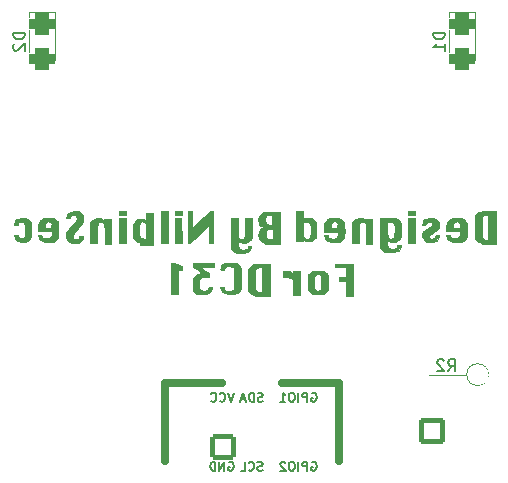
<source format=gbo>
G04 #@! TF.GenerationSoftware,KiCad,Pcbnew,(7.0.0)*
G04 #@! TF.CreationDate,2023-04-17T17:46:40-04:00*
G04 #@! TF.ProjectId,AA Design THT Modify,41412044-6573-4696-976e-20544854204d,rev?*
G04 #@! TF.SameCoordinates,Original*
G04 #@! TF.FileFunction,Legend,Bot*
G04 #@! TF.FilePolarity,Positive*
%FSLAX46Y46*%
G04 Gerber Fmt 4.6, Leading zero omitted, Abs format (unit mm)*
G04 Created by KiCad (PCBNEW (7.0.0)) date 2023-04-17 17:46:40*
%MOMM*%
%LPD*%
G01*
G04 APERTURE LIST*
G04 Aperture macros list*
%AMRoundRect*
0 Rectangle with rounded corners*
0 $1 Rounding radius*
0 $2 $3 $4 $5 $6 $7 $8 $9 X,Y pos of 4 corners*
0 Add a 4 corners polygon primitive as box body*
4,1,4,$2,$3,$4,$5,$6,$7,$8,$9,$2,$3,0*
0 Add four circle primitives for the rounded corners*
1,1,$1+$1,$2,$3*
1,1,$1+$1,$4,$5*
1,1,$1+$1,$6,$7*
1,1,$1+$1,$8,$9*
0 Add four rect primitives between the rounded corners*
20,1,$1+$1,$2,$3,$4,$5,0*
20,1,$1+$1,$4,$5,$6,$7,0*
20,1,$1+$1,$6,$7,$8,$9,0*
20,1,$1+$1,$8,$9,$2,$3,0*%
G04 Aperture macros list end*
%ADD10C,0.150000*%
%ADD11C,0.700000*%
%ADD12C,0.010000*%
%ADD13C,0.120000*%
%ADD14O,2.127200X2.127200*%
%ADD15RoundRect,0.200000X-0.863600X0.863600X-0.863600X-0.863600X0.863600X-0.863600X0.863600X0.863600X0*%
%ADD16C,2.127200*%
%ADD17RoundRect,0.200000X-0.900000X-0.900000X0.900000X-0.900000X0.900000X0.900000X-0.900000X0.900000X0*%
%ADD18C,2.200000*%
%ADD19RoundRect,0.450001X-0.624999X0.462499X-0.624999X-0.462499X0.624999X-0.462499X0.624999X0.462499X0*%
%ADD20C,1.800000*%
%ADD21O,1.800000X1.800000*%
G04 APERTURE END LIST*
D10*
G04 #@! TO.C,X1*
X61531428Y-88969250D02*
X61602857Y-88933535D01*
X61602857Y-88933535D02*
X61709999Y-88933535D01*
X61709999Y-88933535D02*
X61817142Y-88969250D01*
X61817142Y-88969250D02*
X61888571Y-89040678D01*
X61888571Y-89040678D02*
X61924285Y-89112107D01*
X61924285Y-89112107D02*
X61959999Y-89254964D01*
X61959999Y-89254964D02*
X61959999Y-89362107D01*
X61959999Y-89362107D02*
X61924285Y-89504964D01*
X61924285Y-89504964D02*
X61888571Y-89576392D01*
X61888571Y-89576392D02*
X61817142Y-89647821D01*
X61817142Y-89647821D02*
X61709999Y-89683535D01*
X61709999Y-89683535D02*
X61638571Y-89683535D01*
X61638571Y-89683535D02*
X61531428Y-89647821D01*
X61531428Y-89647821D02*
X61495714Y-89612107D01*
X61495714Y-89612107D02*
X61495714Y-89362107D01*
X61495714Y-89362107D02*
X61638571Y-89362107D01*
X61174285Y-89683535D02*
X61174285Y-88933535D01*
X61174285Y-88933535D02*
X60745714Y-89683535D01*
X60745714Y-89683535D02*
X60745714Y-88933535D01*
X60388571Y-89683535D02*
X60388571Y-88933535D01*
X60388571Y-88933535D02*
X60210000Y-88933535D01*
X60210000Y-88933535D02*
X60102857Y-88969250D01*
X60102857Y-88969250D02*
X60031428Y-89040678D01*
X60031428Y-89040678D02*
X59995714Y-89112107D01*
X59995714Y-89112107D02*
X59960000Y-89254964D01*
X59960000Y-89254964D02*
X59960000Y-89362107D01*
X59960000Y-89362107D02*
X59995714Y-89504964D01*
X59995714Y-89504964D02*
X60031428Y-89576392D01*
X60031428Y-89576392D02*
X60102857Y-89647821D01*
X60102857Y-89647821D02*
X60210000Y-89683535D01*
X60210000Y-89683535D02*
X60388571Y-89683535D01*
X61959999Y-83091535D02*
X61709999Y-83841535D01*
X61709999Y-83841535D02*
X61459999Y-83091535D01*
X60781428Y-83770107D02*
X60817142Y-83805821D01*
X60817142Y-83805821D02*
X60924285Y-83841535D01*
X60924285Y-83841535D02*
X60995713Y-83841535D01*
X60995713Y-83841535D02*
X61102856Y-83805821D01*
X61102856Y-83805821D02*
X61174285Y-83734392D01*
X61174285Y-83734392D02*
X61209999Y-83662964D01*
X61209999Y-83662964D02*
X61245713Y-83520107D01*
X61245713Y-83520107D02*
X61245713Y-83412964D01*
X61245713Y-83412964D02*
X61209999Y-83270107D01*
X61209999Y-83270107D02*
X61174285Y-83198678D01*
X61174285Y-83198678D02*
X61102856Y-83127250D01*
X61102856Y-83127250D02*
X60995713Y-83091535D01*
X60995713Y-83091535D02*
X60924285Y-83091535D01*
X60924285Y-83091535D02*
X60817142Y-83127250D01*
X60817142Y-83127250D02*
X60781428Y-83162964D01*
X60031428Y-83770107D02*
X60067142Y-83805821D01*
X60067142Y-83805821D02*
X60174285Y-83841535D01*
X60174285Y-83841535D02*
X60245713Y-83841535D01*
X60245713Y-83841535D02*
X60352856Y-83805821D01*
X60352856Y-83805821D02*
X60424285Y-83734392D01*
X60424285Y-83734392D02*
X60459999Y-83662964D01*
X60459999Y-83662964D02*
X60495713Y-83520107D01*
X60495713Y-83520107D02*
X60495713Y-83412964D01*
X60495713Y-83412964D02*
X60459999Y-83270107D01*
X60459999Y-83270107D02*
X60424285Y-83198678D01*
X60424285Y-83198678D02*
X60352856Y-83127250D01*
X60352856Y-83127250D02*
X60245713Y-83091535D01*
X60245713Y-83091535D02*
X60174285Y-83091535D01*
X60174285Y-83091535D02*
X60067142Y-83127250D01*
X60067142Y-83127250D02*
X60031428Y-83162964D01*
X68544142Y-88969250D02*
X68615571Y-88933535D01*
X68615571Y-88933535D02*
X68722713Y-88933535D01*
X68722713Y-88933535D02*
X68829856Y-88969250D01*
X68829856Y-88969250D02*
X68901285Y-89040678D01*
X68901285Y-89040678D02*
X68936999Y-89112107D01*
X68936999Y-89112107D02*
X68972713Y-89254964D01*
X68972713Y-89254964D02*
X68972713Y-89362107D01*
X68972713Y-89362107D02*
X68936999Y-89504964D01*
X68936999Y-89504964D02*
X68901285Y-89576392D01*
X68901285Y-89576392D02*
X68829856Y-89647821D01*
X68829856Y-89647821D02*
X68722713Y-89683535D01*
X68722713Y-89683535D02*
X68651285Y-89683535D01*
X68651285Y-89683535D02*
X68544142Y-89647821D01*
X68544142Y-89647821D02*
X68508428Y-89612107D01*
X68508428Y-89612107D02*
X68508428Y-89362107D01*
X68508428Y-89362107D02*
X68651285Y-89362107D01*
X68186999Y-89683535D02*
X68186999Y-88933535D01*
X68186999Y-88933535D02*
X67901285Y-88933535D01*
X67901285Y-88933535D02*
X67829856Y-88969250D01*
X67829856Y-88969250D02*
X67794142Y-89004964D01*
X67794142Y-89004964D02*
X67758428Y-89076392D01*
X67758428Y-89076392D02*
X67758428Y-89183535D01*
X67758428Y-89183535D02*
X67794142Y-89254964D01*
X67794142Y-89254964D02*
X67829856Y-89290678D01*
X67829856Y-89290678D02*
X67901285Y-89326392D01*
X67901285Y-89326392D02*
X68186999Y-89326392D01*
X67436999Y-89683535D02*
X67436999Y-88933535D01*
X66936999Y-88933535D02*
X66794142Y-88933535D01*
X66794142Y-88933535D02*
X66722713Y-88969250D01*
X66722713Y-88969250D02*
X66651285Y-89040678D01*
X66651285Y-89040678D02*
X66615570Y-89183535D01*
X66615570Y-89183535D02*
X66615570Y-89433535D01*
X66615570Y-89433535D02*
X66651285Y-89576392D01*
X66651285Y-89576392D02*
X66722713Y-89647821D01*
X66722713Y-89647821D02*
X66794142Y-89683535D01*
X66794142Y-89683535D02*
X66936999Y-89683535D01*
X66936999Y-89683535D02*
X67008428Y-89647821D01*
X67008428Y-89647821D02*
X67079856Y-89576392D01*
X67079856Y-89576392D02*
X67115570Y-89433535D01*
X67115570Y-89433535D02*
X67115570Y-89183535D01*
X67115570Y-89183535D02*
X67079856Y-89040678D01*
X67079856Y-89040678D02*
X67008428Y-88969250D01*
X67008428Y-88969250D02*
X66936999Y-88933535D01*
X66329856Y-89004964D02*
X66294142Y-88969250D01*
X66294142Y-88969250D02*
X66222714Y-88933535D01*
X66222714Y-88933535D02*
X66044142Y-88933535D01*
X66044142Y-88933535D02*
X65972714Y-88969250D01*
X65972714Y-88969250D02*
X65936999Y-89004964D01*
X65936999Y-89004964D02*
X65901285Y-89076392D01*
X65901285Y-89076392D02*
X65901285Y-89147821D01*
X65901285Y-89147821D02*
X65936999Y-89254964D01*
X65936999Y-89254964D02*
X66365571Y-89683535D01*
X66365571Y-89683535D02*
X65901285Y-89683535D01*
X68544142Y-83127250D02*
X68615571Y-83091535D01*
X68615571Y-83091535D02*
X68722713Y-83091535D01*
X68722713Y-83091535D02*
X68829856Y-83127250D01*
X68829856Y-83127250D02*
X68901285Y-83198678D01*
X68901285Y-83198678D02*
X68936999Y-83270107D01*
X68936999Y-83270107D02*
X68972713Y-83412964D01*
X68972713Y-83412964D02*
X68972713Y-83520107D01*
X68972713Y-83520107D02*
X68936999Y-83662964D01*
X68936999Y-83662964D02*
X68901285Y-83734392D01*
X68901285Y-83734392D02*
X68829856Y-83805821D01*
X68829856Y-83805821D02*
X68722713Y-83841535D01*
X68722713Y-83841535D02*
X68651285Y-83841535D01*
X68651285Y-83841535D02*
X68544142Y-83805821D01*
X68544142Y-83805821D02*
X68508428Y-83770107D01*
X68508428Y-83770107D02*
X68508428Y-83520107D01*
X68508428Y-83520107D02*
X68651285Y-83520107D01*
X68186999Y-83841535D02*
X68186999Y-83091535D01*
X68186999Y-83091535D02*
X67901285Y-83091535D01*
X67901285Y-83091535D02*
X67829856Y-83127250D01*
X67829856Y-83127250D02*
X67794142Y-83162964D01*
X67794142Y-83162964D02*
X67758428Y-83234392D01*
X67758428Y-83234392D02*
X67758428Y-83341535D01*
X67758428Y-83341535D02*
X67794142Y-83412964D01*
X67794142Y-83412964D02*
X67829856Y-83448678D01*
X67829856Y-83448678D02*
X67901285Y-83484392D01*
X67901285Y-83484392D02*
X68186999Y-83484392D01*
X67436999Y-83841535D02*
X67436999Y-83091535D01*
X66936999Y-83091535D02*
X66794142Y-83091535D01*
X66794142Y-83091535D02*
X66722713Y-83127250D01*
X66722713Y-83127250D02*
X66651285Y-83198678D01*
X66651285Y-83198678D02*
X66615570Y-83341535D01*
X66615570Y-83341535D02*
X66615570Y-83591535D01*
X66615570Y-83591535D02*
X66651285Y-83734392D01*
X66651285Y-83734392D02*
X66722713Y-83805821D01*
X66722713Y-83805821D02*
X66794142Y-83841535D01*
X66794142Y-83841535D02*
X66936999Y-83841535D01*
X66936999Y-83841535D02*
X67008428Y-83805821D01*
X67008428Y-83805821D02*
X67079856Y-83734392D01*
X67079856Y-83734392D02*
X67115570Y-83591535D01*
X67115570Y-83591535D02*
X67115570Y-83341535D01*
X67115570Y-83341535D02*
X67079856Y-83198678D01*
X67079856Y-83198678D02*
X67008428Y-83127250D01*
X67008428Y-83127250D02*
X66936999Y-83091535D01*
X65901285Y-83841535D02*
X66329856Y-83841535D01*
X66115571Y-83841535D02*
X66115571Y-83091535D01*
X66115571Y-83091535D02*
X66186999Y-83198678D01*
X66186999Y-83198678D02*
X66258428Y-83270107D01*
X66258428Y-83270107D02*
X66329856Y-83305821D01*
X64392856Y-89647821D02*
X64285714Y-89683535D01*
X64285714Y-89683535D02*
X64107142Y-89683535D01*
X64107142Y-89683535D02*
X64035714Y-89647821D01*
X64035714Y-89647821D02*
X63999999Y-89612107D01*
X63999999Y-89612107D02*
X63964285Y-89540678D01*
X63964285Y-89540678D02*
X63964285Y-89469250D01*
X63964285Y-89469250D02*
X63999999Y-89397821D01*
X63999999Y-89397821D02*
X64035714Y-89362107D01*
X64035714Y-89362107D02*
X64107142Y-89326392D01*
X64107142Y-89326392D02*
X64249999Y-89290678D01*
X64249999Y-89290678D02*
X64321428Y-89254964D01*
X64321428Y-89254964D02*
X64357142Y-89219250D01*
X64357142Y-89219250D02*
X64392856Y-89147821D01*
X64392856Y-89147821D02*
X64392856Y-89076392D01*
X64392856Y-89076392D02*
X64357142Y-89004964D01*
X64357142Y-89004964D02*
X64321428Y-88969250D01*
X64321428Y-88969250D02*
X64249999Y-88933535D01*
X64249999Y-88933535D02*
X64071428Y-88933535D01*
X64071428Y-88933535D02*
X63964285Y-88969250D01*
X63214285Y-89612107D02*
X63249999Y-89647821D01*
X63249999Y-89647821D02*
X63357142Y-89683535D01*
X63357142Y-89683535D02*
X63428570Y-89683535D01*
X63428570Y-89683535D02*
X63535713Y-89647821D01*
X63535713Y-89647821D02*
X63607142Y-89576392D01*
X63607142Y-89576392D02*
X63642856Y-89504964D01*
X63642856Y-89504964D02*
X63678570Y-89362107D01*
X63678570Y-89362107D02*
X63678570Y-89254964D01*
X63678570Y-89254964D02*
X63642856Y-89112107D01*
X63642856Y-89112107D02*
X63607142Y-89040678D01*
X63607142Y-89040678D02*
X63535713Y-88969250D01*
X63535713Y-88969250D02*
X63428570Y-88933535D01*
X63428570Y-88933535D02*
X63357142Y-88933535D01*
X63357142Y-88933535D02*
X63249999Y-88969250D01*
X63249999Y-88969250D02*
X63214285Y-89004964D01*
X62535713Y-89683535D02*
X62892856Y-89683535D01*
X62892856Y-89683535D02*
X62892856Y-88933535D01*
X64410713Y-83805821D02*
X64303571Y-83841535D01*
X64303571Y-83841535D02*
X64124999Y-83841535D01*
X64124999Y-83841535D02*
X64053571Y-83805821D01*
X64053571Y-83805821D02*
X64017856Y-83770107D01*
X64017856Y-83770107D02*
X63982142Y-83698678D01*
X63982142Y-83698678D02*
X63982142Y-83627250D01*
X63982142Y-83627250D02*
X64017856Y-83555821D01*
X64017856Y-83555821D02*
X64053571Y-83520107D01*
X64053571Y-83520107D02*
X64124999Y-83484392D01*
X64124999Y-83484392D02*
X64267856Y-83448678D01*
X64267856Y-83448678D02*
X64339285Y-83412964D01*
X64339285Y-83412964D02*
X64374999Y-83377250D01*
X64374999Y-83377250D02*
X64410713Y-83305821D01*
X64410713Y-83305821D02*
X64410713Y-83234392D01*
X64410713Y-83234392D02*
X64374999Y-83162964D01*
X64374999Y-83162964D02*
X64339285Y-83127250D01*
X64339285Y-83127250D02*
X64267856Y-83091535D01*
X64267856Y-83091535D02*
X64089285Y-83091535D01*
X64089285Y-83091535D02*
X63982142Y-83127250D01*
X63660713Y-83841535D02*
X63660713Y-83091535D01*
X63660713Y-83091535D02*
X63482142Y-83091535D01*
X63482142Y-83091535D02*
X63374999Y-83127250D01*
X63374999Y-83127250D02*
X63303570Y-83198678D01*
X63303570Y-83198678D02*
X63267856Y-83270107D01*
X63267856Y-83270107D02*
X63232142Y-83412964D01*
X63232142Y-83412964D02*
X63232142Y-83520107D01*
X63232142Y-83520107D02*
X63267856Y-83662964D01*
X63267856Y-83662964D02*
X63303570Y-83734392D01*
X63303570Y-83734392D02*
X63374999Y-83805821D01*
X63374999Y-83805821D02*
X63482142Y-83841535D01*
X63482142Y-83841535D02*
X63660713Y-83841535D01*
X62946427Y-83627250D02*
X62589285Y-83627250D01*
X63017856Y-83841535D02*
X62767856Y-83091535D01*
X62767856Y-83091535D02*
X62517856Y-83841535D01*
G04 #@! TO.C,D1*
X79827380Y-52601905D02*
X78827380Y-52601905D01*
X78827380Y-52601905D02*
X78827380Y-52840000D01*
X78827380Y-52840000D02*
X78875000Y-52982857D01*
X78875000Y-52982857D02*
X78970238Y-53078095D01*
X78970238Y-53078095D02*
X79065476Y-53125714D01*
X79065476Y-53125714D02*
X79255952Y-53173333D01*
X79255952Y-53173333D02*
X79398809Y-53173333D01*
X79398809Y-53173333D02*
X79589285Y-53125714D01*
X79589285Y-53125714D02*
X79684523Y-53078095D01*
X79684523Y-53078095D02*
X79779761Y-52982857D01*
X79779761Y-52982857D02*
X79827380Y-52840000D01*
X79827380Y-52840000D02*
X79827380Y-52601905D01*
X79827380Y-54125714D02*
X79827380Y-53554286D01*
X79827380Y-53840000D02*
X78827380Y-53840000D01*
X78827380Y-53840000D02*
X78970238Y-53744762D01*
X78970238Y-53744762D02*
X79065476Y-53649524D01*
X79065476Y-53649524D02*
X79113095Y-53554286D01*
G04 #@! TO.C,D2*
X44267380Y-52601905D02*
X43267380Y-52601905D01*
X43267380Y-52601905D02*
X43267380Y-52840000D01*
X43267380Y-52840000D02*
X43315000Y-52982857D01*
X43315000Y-52982857D02*
X43410238Y-53078095D01*
X43410238Y-53078095D02*
X43505476Y-53125714D01*
X43505476Y-53125714D02*
X43695952Y-53173333D01*
X43695952Y-53173333D02*
X43838809Y-53173333D01*
X43838809Y-53173333D02*
X44029285Y-53125714D01*
X44029285Y-53125714D02*
X44124523Y-53078095D01*
X44124523Y-53078095D02*
X44219761Y-52982857D01*
X44219761Y-52982857D02*
X44267380Y-52840000D01*
X44267380Y-52840000D02*
X44267380Y-52601905D01*
X43362619Y-53554286D02*
X43315000Y-53601905D01*
X43315000Y-53601905D02*
X43267380Y-53697143D01*
X43267380Y-53697143D02*
X43267380Y-53935238D01*
X43267380Y-53935238D02*
X43315000Y-54030476D01*
X43315000Y-54030476D02*
X43362619Y-54078095D01*
X43362619Y-54078095D02*
X43457857Y-54125714D01*
X43457857Y-54125714D02*
X43553095Y-54125714D01*
X43553095Y-54125714D02*
X43695952Y-54078095D01*
X43695952Y-54078095D02*
X44267380Y-53506667D01*
X44267380Y-53506667D02*
X44267380Y-54125714D01*
G04 #@! TO.C,R2*
X80116666Y-81267380D02*
X80449999Y-80791190D01*
X80688094Y-81267380D02*
X80688094Y-80267380D01*
X80688094Y-80267380D02*
X80307142Y-80267380D01*
X80307142Y-80267380D02*
X80211904Y-80315000D01*
X80211904Y-80315000D02*
X80164285Y-80362619D01*
X80164285Y-80362619D02*
X80116666Y-80457857D01*
X80116666Y-80457857D02*
X80116666Y-80600714D01*
X80116666Y-80600714D02*
X80164285Y-80695952D01*
X80164285Y-80695952D02*
X80211904Y-80743571D01*
X80211904Y-80743571D02*
X80307142Y-80791190D01*
X80307142Y-80791190D02*
X80688094Y-80791190D01*
X79735713Y-80362619D02*
X79688094Y-80315000D01*
X79688094Y-80315000D02*
X79592856Y-80267380D01*
X79592856Y-80267380D02*
X79354761Y-80267380D01*
X79354761Y-80267380D02*
X79259523Y-80315000D01*
X79259523Y-80315000D02*
X79211904Y-80362619D01*
X79211904Y-80362619D02*
X79164285Y-80457857D01*
X79164285Y-80457857D02*
X79164285Y-80553095D01*
X79164285Y-80553095D02*
X79211904Y-80695952D01*
X79211904Y-80695952D02*
X79783332Y-81267380D01*
X79783332Y-81267380D02*
X79164285Y-81267380D01*
D11*
G04 #@! TO.C,X1*
X56134000Y-82296000D02*
X56134000Y-88900000D01*
X60960000Y-82296000D02*
X56134000Y-82296000D01*
X70779640Y-82245200D02*
X66040000Y-82245200D01*
X70866000Y-88900000D02*
X70866000Y-82296000D01*
G04 #@! TO.C,G\u002A\u002A\u002A*
G36*
X52822155Y-68009019D02*
G01*
X52229489Y-68009019D01*
X52229489Y-67712686D01*
X52822155Y-67712686D01*
X52822155Y-68009019D01*
G37*
D12*
X52822155Y-68009019D02*
X52229489Y-68009019D01*
X52229489Y-67712686D01*
X52822155Y-67712686D01*
X52822155Y-68009019D01*
G36*
X52822155Y-70379686D02*
G01*
X52229489Y-70379686D01*
X52229489Y-68305353D01*
X52822155Y-68305353D01*
X52822155Y-70379686D01*
G37*
X52822155Y-70379686D02*
X52229489Y-70379686D01*
X52229489Y-68305353D01*
X52822155Y-68305353D01*
X52822155Y-70379686D01*
G36*
X56356989Y-70379686D02*
G01*
X55764322Y-70379686D01*
X55764322Y-67670353D01*
X56356989Y-67670353D01*
X56356989Y-70379686D01*
G37*
X56356989Y-70379686D02*
X55764322Y-70379686D01*
X55764322Y-67670353D01*
X56356989Y-67670353D01*
X56356989Y-70379686D01*
G36*
X57531739Y-68315936D02*
G01*
X57542725Y-70379686D01*
X56949655Y-70379686D01*
X56949655Y-68304158D01*
X57531739Y-68315936D01*
G37*
X57531739Y-68315936D02*
X57542725Y-70379686D01*
X56949655Y-70379686D01*
X56949655Y-68304158D01*
X57531739Y-68315936D01*
G36*
X57542322Y-68009019D02*
G01*
X56949655Y-68009019D01*
X56949655Y-67712686D01*
X57542322Y-67712686D01*
X57542322Y-68009019D01*
G37*
X57542322Y-68009019D02*
X56949655Y-68009019D01*
X56949655Y-67712686D01*
X57542322Y-67712686D01*
X57542322Y-68009019D01*
G36*
X77290822Y-68009019D02*
G01*
X76698155Y-68009019D01*
X76698155Y-67712686D01*
X77290822Y-67712686D01*
X77290822Y-68009019D01*
G37*
X77290822Y-68009019D02*
X76698155Y-68009019D01*
X76698155Y-67712686D01*
X77290822Y-67712686D01*
X77290822Y-68009019D01*
G36*
X77290822Y-70379686D02*
G01*
X76698155Y-70379686D01*
X76698155Y-68305353D01*
X77290822Y-68305353D01*
X77290822Y-70379686D01*
G37*
X77290822Y-70379686D02*
X76698155Y-70379686D01*
X76698155Y-68305353D01*
X77290822Y-68305353D01*
X77290822Y-70379686D01*
G36*
X72083822Y-74888186D02*
G01*
X71427655Y-74888186D01*
X71427655Y-73618186D01*
X70856155Y-73618186D01*
X70856155Y-73321853D01*
X71427655Y-73321853D01*
X71427655Y-72475186D01*
X70559822Y-72475186D01*
X70559822Y-72178853D01*
X72083822Y-72178853D01*
X72083822Y-74888186D01*
G37*
X72083822Y-74888186D02*
X71427655Y-74888186D01*
X71427655Y-73618186D01*
X70856155Y-73618186D01*
X70856155Y-73321853D01*
X71427655Y-73321853D01*
X71427655Y-72475186D01*
X70559822Y-72475186D01*
X70559822Y-72178853D01*
X72083822Y-72178853D01*
X72083822Y-74888186D01*
G36*
X56874668Y-72116172D02*
G01*
X56926437Y-72120545D01*
X56976128Y-72131338D01*
X57032687Y-72151420D01*
X57105062Y-72183661D01*
X57202199Y-72230928D01*
X57256372Y-72257864D01*
X57542322Y-72400376D01*
X57542322Y-72686853D01*
X57245989Y-72686853D01*
X57245989Y-74761186D01*
X56963766Y-74761186D01*
X56858463Y-74760181D01*
X56768818Y-74757431D01*
X56703116Y-74753330D01*
X56669644Y-74748272D01*
X56667433Y-74747075D01*
X56664939Y-74723966D01*
X56662585Y-74662180D01*
X56660412Y-74565372D01*
X56658456Y-74437198D01*
X56656759Y-74281314D01*
X56655358Y-74101376D01*
X56654293Y-73901039D01*
X56653602Y-73683959D01*
X56653325Y-73453792D01*
X56653322Y-73424158D01*
X56653322Y-72115353D01*
X56811872Y-72115353D01*
X56874668Y-72116172D01*
G37*
X56874668Y-72116172D02*
X56926437Y-72120545D01*
X56976128Y-72131338D01*
X57032687Y-72151420D01*
X57105062Y-72183661D01*
X57202199Y-72230928D01*
X57256372Y-72257864D01*
X57542322Y-72400376D01*
X57542322Y-72686853D01*
X57245989Y-72686853D01*
X57245989Y-74761186D01*
X56963766Y-74761186D01*
X56858463Y-74760181D01*
X56768818Y-74757431D01*
X56703116Y-74753330D01*
X56669644Y-74748272D01*
X56667433Y-74747075D01*
X56664939Y-74723966D01*
X56662585Y-74662180D01*
X56660412Y-74565372D01*
X56658456Y-74437198D01*
X56656759Y-74281314D01*
X56655358Y-74101376D01*
X56654293Y-73901039D01*
X56653602Y-73683959D01*
X56653325Y-73453792D01*
X56653322Y-73424158D01*
X56653322Y-72115353D01*
X56811872Y-72115353D01*
X56874668Y-72116172D01*
G36*
X58415176Y-68407282D02*
G01*
X58420739Y-69144211D01*
X59225072Y-68408075D01*
X59404881Y-68243649D01*
X59556316Y-68105614D01*
X59682134Y-67991673D01*
X59785091Y-67899526D01*
X59867941Y-67826877D01*
X59933442Y-67771426D01*
X59984348Y-67730876D01*
X60023416Y-67702928D01*
X60053401Y-67685285D01*
X60077060Y-67675649D01*
X60097149Y-67671721D01*
X60108780Y-67671146D01*
X60188155Y-67670353D01*
X60188155Y-70379686D01*
X59892370Y-70379686D01*
X59886804Y-69650149D01*
X59881239Y-68920612D01*
X59081773Y-69650149D01*
X58902897Y-69813277D01*
X58752438Y-69950111D01*
X58627602Y-70062957D01*
X58525594Y-70154122D01*
X58443620Y-70225911D01*
X58378887Y-70280631D01*
X58328601Y-70320590D01*
X58289968Y-70348093D01*
X58260193Y-70365447D01*
X58236484Y-70374959D01*
X58216045Y-70378935D01*
X58198065Y-70379686D01*
X58113822Y-70379686D01*
X58113822Y-67670353D01*
X58409614Y-67670353D01*
X58415176Y-68407282D01*
G37*
X58415176Y-68407282D02*
X58420739Y-69144211D01*
X59225072Y-68408075D01*
X59404881Y-68243649D01*
X59556316Y-68105614D01*
X59682134Y-67991673D01*
X59785091Y-67899526D01*
X59867941Y-67826877D01*
X59933442Y-67771426D01*
X59984348Y-67730876D01*
X60023416Y-67702928D01*
X60053401Y-67685285D01*
X60077060Y-67675649D01*
X60097149Y-67671721D01*
X60108780Y-67671146D01*
X60188155Y-67670353D01*
X60188155Y-70379686D01*
X59892370Y-70379686D01*
X59886804Y-69650149D01*
X59881239Y-68920612D01*
X59081773Y-69650149D01*
X58902897Y-69813277D01*
X58752438Y-69950111D01*
X58627602Y-70062957D01*
X58525594Y-70154122D01*
X58443620Y-70225911D01*
X58378887Y-70280631D01*
X58328601Y-70320590D01*
X58289968Y-70348093D01*
X58260193Y-70365447D01*
X58236484Y-70374959D01*
X58216045Y-70378935D01*
X58198065Y-70379686D01*
X58113822Y-70379686D01*
X58113822Y-67670353D01*
X58409614Y-67670353D01*
X58415176Y-68407282D01*
G36*
X66354366Y-72754681D02*
G01*
X66466998Y-72759781D01*
X66547690Y-72766244D01*
X66606832Y-72776074D01*
X66654814Y-72791277D01*
X66702026Y-72813856D01*
X66724155Y-72826039D01*
X66792044Y-72869866D01*
X66840202Y-72918952D01*
X66882648Y-72988711D01*
X66895713Y-73014645D01*
X66929378Y-73084701D01*
X66955888Y-73142544D01*
X66968753Y-73173686D01*
X66973123Y-73167247D01*
X66976927Y-73125578D01*
X66979721Y-73055785D01*
X66980984Y-72977894D01*
X66982655Y-72750353D01*
X67575322Y-72750353D01*
X67575322Y-74824686D01*
X66982655Y-74824686D01*
X66982190Y-74226728D01*
X66981821Y-74049068D01*
X66980816Y-73908447D01*
X66978866Y-73799572D01*
X66975665Y-73717150D01*
X66970902Y-73655888D01*
X66964271Y-73610493D01*
X66955463Y-73575672D01*
X66944169Y-73546132D01*
X66942323Y-73542008D01*
X66897579Y-73465313D01*
X66838505Y-73407436D01*
X66759570Y-73366267D01*
X66655243Y-73339694D01*
X66519992Y-73325605D01*
X66365663Y-73321853D01*
X66093655Y-73321853D01*
X66093655Y-72744637D01*
X66354366Y-72754681D01*
G37*
X66354366Y-72754681D02*
X66466998Y-72759781D01*
X66547690Y-72766244D01*
X66606832Y-72776074D01*
X66654814Y-72791277D01*
X66702026Y-72813856D01*
X66724155Y-72826039D01*
X66792044Y-72869866D01*
X66840202Y-72918952D01*
X66882648Y-72988711D01*
X66895713Y-73014645D01*
X66929378Y-73084701D01*
X66955888Y-73142544D01*
X66968753Y-73173686D01*
X66973123Y-73167247D01*
X66976927Y-73125578D01*
X66979721Y-73055785D01*
X66980984Y-72977894D01*
X66982655Y-72750353D01*
X67575322Y-72750353D01*
X67575322Y-74824686D01*
X66982655Y-74824686D01*
X66982190Y-74226728D01*
X66981821Y-74049068D01*
X66980816Y-73908447D01*
X66978866Y-73799572D01*
X66975665Y-73717150D01*
X66970902Y-73655888D01*
X66964271Y-73610493D01*
X66955463Y-73575672D01*
X66944169Y-73546132D01*
X66942323Y-73542008D01*
X66897579Y-73465313D01*
X66838505Y-73407436D01*
X66759570Y-73366267D01*
X66655243Y-73339694D01*
X66519992Y-73325605D01*
X66365663Y-73321853D01*
X66093655Y-73321853D01*
X66093655Y-72744637D01*
X66354366Y-72754681D01*
G36*
X72726516Y-68308909D02*
G01*
X72893394Y-68316488D01*
X72986025Y-68418801D01*
X73078655Y-68521115D01*
X73078655Y-68390019D01*
X73671322Y-68390019D01*
X73671322Y-70464353D01*
X73163322Y-70464353D01*
X73162857Y-69675894D01*
X73162598Y-69470462D01*
X73161952Y-69302904D01*
X73160714Y-69168759D01*
X73158682Y-69063570D01*
X73155650Y-68982876D01*
X73151416Y-68922219D01*
X73145774Y-68877138D01*
X73138523Y-68843174D01*
X73129457Y-68815869D01*
X73122828Y-68800312D01*
X73060505Y-68702328D01*
X72980394Y-68634974D01*
X72889537Y-68600685D01*
X72794973Y-68601896D01*
X72703743Y-68641044D01*
X72690323Y-68650687D01*
X72655348Y-68678217D01*
X72626702Y-68705186D01*
X72603755Y-68735926D01*
X72585873Y-68774763D01*
X72572426Y-68826026D01*
X72562782Y-68894044D01*
X72556309Y-68983146D01*
X72552375Y-69097660D01*
X72550348Y-69241914D01*
X72549596Y-69420237D01*
X72549489Y-69615593D01*
X72549489Y-70379686D01*
X71954186Y-70379686D01*
X71960796Y-69537735D01*
X71967405Y-68695784D01*
X72052072Y-68588385D01*
X72153277Y-68475286D01*
X72257195Y-68394071D01*
X72372196Y-68341272D01*
X72506650Y-68313422D01*
X72668925Y-68307050D01*
X72726516Y-68308909D01*
G37*
X72726516Y-68308909D02*
X72893394Y-68316488D01*
X72986025Y-68418801D01*
X73078655Y-68521115D01*
X73078655Y-68390019D01*
X73671322Y-68390019D01*
X73671322Y-70464353D01*
X73163322Y-70464353D01*
X73162857Y-69675894D01*
X73162598Y-69470462D01*
X73161952Y-69302904D01*
X73160714Y-69168759D01*
X73158682Y-69063570D01*
X73155650Y-68982876D01*
X73151416Y-68922219D01*
X73145774Y-68877138D01*
X73138523Y-68843174D01*
X73129457Y-68815869D01*
X73122828Y-68800312D01*
X73060505Y-68702328D01*
X72980394Y-68634974D01*
X72889537Y-68600685D01*
X72794973Y-68601896D01*
X72703743Y-68641044D01*
X72690323Y-68650687D01*
X72655348Y-68678217D01*
X72626702Y-68705186D01*
X72603755Y-68735926D01*
X72585873Y-68774763D01*
X72572426Y-68826026D01*
X72562782Y-68894044D01*
X72556309Y-68983146D01*
X72552375Y-69097660D01*
X72550348Y-69241914D01*
X72549596Y-69420237D01*
X72549489Y-69615593D01*
X72549489Y-70379686D01*
X71954186Y-70379686D01*
X71960796Y-69537735D01*
X71967405Y-68695784D01*
X72052072Y-68588385D01*
X72153277Y-68475286D01*
X72257195Y-68394071D01*
X72372196Y-68341272D01*
X72506650Y-68313422D01*
X72668925Y-68307050D01*
X72726516Y-68308909D01*
G36*
X50654879Y-68311151D02*
G01*
X50743106Y-68331248D01*
X50810876Y-68369698D01*
X50868495Y-68430551D01*
X50874407Y-68438448D01*
X50938322Y-68525359D01*
X50938322Y-68390019D01*
X51530989Y-68390019D01*
X51530989Y-70464353D01*
X51022989Y-70464353D01*
X51022524Y-69675894D01*
X51022222Y-69456669D01*
X51021163Y-69275522D01*
X51018686Y-69128200D01*
X51014133Y-69010445D01*
X51006847Y-68918006D01*
X50996170Y-68846625D01*
X50981441Y-68792049D01*
X50962004Y-68750023D01*
X50937201Y-68716292D01*
X50906371Y-68686602D01*
X50868859Y-68656697D01*
X50864286Y-68653204D01*
X50774959Y-68604480D01*
X50685769Y-68596961D01*
X50592134Y-68630574D01*
X50562777Y-68648480D01*
X50524796Y-68674380D01*
X50493656Y-68699834D01*
X50468677Y-68729119D01*
X50449180Y-68766509D01*
X50434487Y-68816280D01*
X50423917Y-68882709D01*
X50416792Y-68970070D01*
X50412432Y-69082639D01*
X50410159Y-69224692D01*
X50409293Y-69400505D01*
X50409155Y-69614352D01*
X50409155Y-70379686D01*
X49813853Y-70379686D01*
X49820462Y-69537735D01*
X49827072Y-68695784D01*
X49911739Y-68588385D01*
X50010796Y-68476750D01*
X50110921Y-68396899D01*
X50221504Y-68344576D01*
X50351931Y-68315523D01*
X50511590Y-68305483D01*
X50535886Y-68305353D01*
X50654879Y-68311151D01*
G37*
X50654879Y-68311151D02*
X50743106Y-68331248D01*
X50810876Y-68369698D01*
X50868495Y-68430551D01*
X50874407Y-68438448D01*
X50938322Y-68525359D01*
X50938322Y-68390019D01*
X51530989Y-68390019D01*
X51530989Y-70464353D01*
X51022989Y-70464353D01*
X51022524Y-69675894D01*
X51022222Y-69456669D01*
X51021163Y-69275522D01*
X51018686Y-69128200D01*
X51014133Y-69010445D01*
X51006847Y-68918006D01*
X50996170Y-68846625D01*
X50981441Y-68792049D01*
X50962004Y-68750023D01*
X50937201Y-68716292D01*
X50906371Y-68686602D01*
X50868859Y-68656697D01*
X50864286Y-68653204D01*
X50774959Y-68604480D01*
X50685769Y-68596961D01*
X50592134Y-68630574D01*
X50562777Y-68648480D01*
X50524796Y-68674380D01*
X50493656Y-68699834D01*
X50468677Y-68729119D01*
X50449180Y-68766509D01*
X50434487Y-68816280D01*
X50423917Y-68882709D01*
X50416792Y-68970070D01*
X50412432Y-69082639D01*
X50410159Y-69224692D01*
X50409293Y-69400505D01*
X50409155Y-69614352D01*
X50409155Y-70379686D01*
X49813853Y-70379686D01*
X49820462Y-69537735D01*
X49827072Y-68695784D01*
X49911739Y-68588385D01*
X50010796Y-68476750D01*
X50110921Y-68396899D01*
X50221504Y-68344576D01*
X50351931Y-68315523D01*
X50511590Y-68305483D01*
X50535886Y-68305353D01*
X50654879Y-68311151D01*
G36*
X63201611Y-72695138D02*
G01*
X63785087Y-72695138D01*
X63791080Y-73512879D01*
X63797072Y-74330620D01*
X63853791Y-74404954D01*
X63922362Y-74476352D01*
X64003515Y-74521420D01*
X64107049Y-74544183D01*
X64204530Y-74549037D01*
X64357989Y-74549519D01*
X64357989Y-72454019D01*
X64207729Y-72454019D01*
X64078787Y-72463132D01*
X63979322Y-72493161D01*
X63899990Y-72548144D01*
X63846828Y-72609908D01*
X63785087Y-72695138D01*
X63201611Y-72695138D01*
X63203514Y-72657646D01*
X63204136Y-72651620D01*
X63236532Y-72538688D01*
X63306624Y-72428568D01*
X63416283Y-72318619D01*
X63471634Y-72274103D01*
X63582654Y-72189436D01*
X64287821Y-72182624D01*
X64992989Y-72175813D01*
X64992989Y-74888186D01*
X64379155Y-74888186D01*
X64198783Y-74887916D01*
X64056506Y-74886967D01*
X63948087Y-74885130D01*
X63869291Y-74882195D01*
X63815882Y-74877954D01*
X63783623Y-74872196D01*
X63768278Y-74864713D01*
X63765322Y-74857862D01*
X63758616Y-74836419D01*
X63732897Y-74820385D01*
X63679760Y-74806170D01*
X63617155Y-74794595D01*
X63539324Y-74765467D01*
X63450008Y-74706248D01*
X63358231Y-74623881D01*
X63281512Y-74536373D01*
X63204405Y-74437436D01*
X63197547Y-73599186D01*
X63196360Y-73410118D01*
X63195914Y-73230372D01*
X63196173Y-73065268D01*
X63197099Y-72920123D01*
X63198656Y-72800259D01*
X63200807Y-72710993D01*
X63201611Y-72695138D01*
G37*
X63201611Y-72695138D02*
X63785087Y-72695138D01*
X63791080Y-73512879D01*
X63797072Y-74330620D01*
X63853791Y-74404954D01*
X63922362Y-74476352D01*
X64003515Y-74521420D01*
X64107049Y-74544183D01*
X64204530Y-74549037D01*
X64357989Y-74549519D01*
X64357989Y-72454019D01*
X64207729Y-72454019D01*
X64078787Y-72463132D01*
X63979322Y-72493161D01*
X63899990Y-72548144D01*
X63846828Y-72609908D01*
X63785087Y-72695138D01*
X63201611Y-72695138D01*
X63203514Y-72657646D01*
X63204136Y-72651620D01*
X63236532Y-72538688D01*
X63306624Y-72428568D01*
X63416283Y-72318619D01*
X63471634Y-72274103D01*
X63582654Y-72189436D01*
X64287821Y-72182624D01*
X64992989Y-72175813D01*
X64992989Y-74888186D01*
X64379155Y-74888186D01*
X64198783Y-74887916D01*
X64056506Y-74886967D01*
X63948087Y-74885130D01*
X63869291Y-74882195D01*
X63815882Y-74877954D01*
X63783623Y-74872196D01*
X63768278Y-74864713D01*
X63765322Y-74857862D01*
X63758616Y-74836419D01*
X63732897Y-74820385D01*
X63679760Y-74806170D01*
X63617155Y-74794595D01*
X63539324Y-74765467D01*
X63450008Y-74706248D01*
X63358231Y-74623881D01*
X63281512Y-74536373D01*
X63204405Y-74437436D01*
X63197547Y-73599186D01*
X63196360Y-73410118D01*
X63195914Y-73230372D01*
X63196173Y-73065268D01*
X63197099Y-72920123D01*
X63198656Y-72800259D01*
X63200807Y-72710993D01*
X63201611Y-72695138D01*
G36*
X53438615Y-69311905D02*
G01*
X53944453Y-69311905D01*
X53944489Y-69456732D01*
X53945422Y-69566143D01*
X53947945Y-69647057D01*
X53952754Y-69706390D01*
X53960543Y-69751061D01*
X53972007Y-69787987D01*
X53987841Y-69824085D01*
X53997955Y-69844671D01*
X54055744Y-69933246D01*
X54129965Y-69993081D01*
X54227565Y-70027717D01*
X54355491Y-70040693D01*
X54383197Y-70041002D01*
X54536655Y-70041019D01*
X54540009Y-69453644D01*
X54540765Y-69298429D01*
X54541211Y-69155760D01*
X54541350Y-69031505D01*
X54541183Y-68931533D01*
X54540710Y-68861715D01*
X54539934Y-68827919D01*
X54539864Y-68826999D01*
X54515662Y-68759681D01*
X54462253Y-68693699D01*
X54391009Y-68637494D01*
X54313303Y-68599507D01*
X54240505Y-68588179D01*
X54221997Y-68591071D01*
X54135969Y-68630492D01*
X54054947Y-68698529D01*
X53993310Y-68782514D01*
X53984483Y-68800312D01*
X53970669Y-68835551D01*
X53960420Y-68876251D01*
X53953217Y-68929069D01*
X53948537Y-69000662D01*
X53945860Y-69097686D01*
X53944665Y-69226798D01*
X53944453Y-69311905D01*
X53438615Y-69311905D01*
X53439219Y-69265079D01*
X53446572Y-68777918D01*
X53509056Y-68687785D01*
X53559286Y-68625515D01*
X53626949Y-68554395D01*
X53686243Y-68499660D01*
X53800945Y-68401666D01*
X54085378Y-68393355D01*
X54369810Y-68385043D01*
X54557822Y-68581263D01*
X54557822Y-67882019D01*
X55150489Y-67882019D01*
X55150489Y-70591353D01*
X54007489Y-70591353D01*
X54007489Y-70383658D01*
X53902778Y-70369257D01*
X53789466Y-70333449D01*
X53674913Y-70258594D01*
X53563322Y-70147626D01*
X53534352Y-70111991D01*
X53505306Y-70071191D01*
X53482226Y-70028107D01*
X53464540Y-69977651D01*
X53451676Y-69914731D01*
X53443063Y-69834257D01*
X53438128Y-69731139D01*
X53436301Y-69600286D01*
X53437009Y-69436608D01*
X53438615Y-69311905D01*
G37*
X53438615Y-69311905D02*
X53944453Y-69311905D01*
X53944489Y-69456732D01*
X53945422Y-69566143D01*
X53947945Y-69647057D01*
X53952754Y-69706390D01*
X53960543Y-69751061D01*
X53972007Y-69787987D01*
X53987841Y-69824085D01*
X53997955Y-69844671D01*
X54055744Y-69933246D01*
X54129965Y-69993081D01*
X54227565Y-70027717D01*
X54355491Y-70040693D01*
X54383197Y-70041002D01*
X54536655Y-70041019D01*
X54540009Y-69453644D01*
X54540765Y-69298429D01*
X54541211Y-69155760D01*
X54541350Y-69031505D01*
X54541183Y-68931533D01*
X54540710Y-68861715D01*
X54539934Y-68827919D01*
X54539864Y-68826999D01*
X54515662Y-68759681D01*
X54462253Y-68693699D01*
X54391009Y-68637494D01*
X54313303Y-68599507D01*
X54240505Y-68588179D01*
X54221997Y-68591071D01*
X54135969Y-68630492D01*
X54054947Y-68698529D01*
X53993310Y-68782514D01*
X53984483Y-68800312D01*
X53970669Y-68835551D01*
X53960420Y-68876251D01*
X53953217Y-68929069D01*
X53948537Y-69000662D01*
X53945860Y-69097686D01*
X53944665Y-69226798D01*
X53944453Y-69311905D01*
X53438615Y-69311905D01*
X53439219Y-69265079D01*
X53446572Y-68777918D01*
X53509056Y-68687785D01*
X53559286Y-68625515D01*
X53626949Y-68554395D01*
X53686243Y-68499660D01*
X53800945Y-68401666D01*
X54085378Y-68393355D01*
X54369810Y-68385043D01*
X54557822Y-68581263D01*
X54557822Y-67882019D01*
X55150489Y-67882019D01*
X55150489Y-70591353D01*
X54007489Y-70591353D01*
X54007489Y-70383658D01*
X53902778Y-70369257D01*
X53789466Y-70333449D01*
X53674913Y-70258594D01*
X53563322Y-70147626D01*
X53534352Y-70111991D01*
X53505306Y-70071191D01*
X53482226Y-70028107D01*
X53464540Y-69977651D01*
X53451676Y-69914731D01*
X53443063Y-69834257D01*
X53438128Y-69731139D01*
X53436301Y-69600286D01*
X53437009Y-69436608D01*
X53438615Y-69311905D01*
G36*
X82359081Y-68277322D02*
G01*
X82360239Y-68142905D01*
X82422869Y-68052569D01*
X82474679Y-67987687D01*
X82542140Y-67915762D01*
X82589962Y-67870851D01*
X82633698Y-67835330D01*
X82678748Y-67806482D01*
X82729912Y-67783624D01*
X82791993Y-67766073D01*
X82869792Y-67753144D01*
X82968111Y-67744155D01*
X83091751Y-67738423D01*
X83245514Y-67735263D01*
X83434202Y-67733993D01*
X83552597Y-67733853D01*
X84148822Y-67733853D01*
X84148822Y-70464353D01*
X83534989Y-70464353D01*
X83357805Y-70464243D01*
X83218429Y-70463718D01*
X83112332Y-70462478D01*
X83034990Y-70460227D01*
X82981875Y-70456667D01*
X82948460Y-70451500D01*
X82930220Y-70444428D01*
X82922628Y-70435156D01*
X82921155Y-70424005D01*
X82912564Y-70397931D01*
X82880473Y-70381286D01*
X82816444Y-70369257D01*
X82703133Y-70333449D01*
X82588580Y-70258594D01*
X82476989Y-70147626D01*
X82448019Y-70111991D01*
X82424286Y-70079879D01*
X82404531Y-70047199D01*
X82388431Y-70009971D01*
X82375660Y-69964215D01*
X82365896Y-69905953D01*
X82358813Y-69831205D01*
X82354088Y-69735990D01*
X82351397Y-69616331D01*
X82350415Y-69468246D01*
X82350818Y-69287757D01*
X82352282Y-69070885D01*
X82352396Y-69057238D01*
X82942322Y-69057238D01*
X82942419Y-69260270D01*
X82942863Y-69425483D01*
X82943879Y-69557391D01*
X82945693Y-69660510D01*
X82948533Y-69739353D01*
X82952624Y-69798434D01*
X82958192Y-69842268D01*
X82965464Y-69875370D01*
X82974666Y-69902253D01*
X82985936Y-69927248D01*
X83051203Y-70015000D01*
X83147854Y-70078975D01*
X83270575Y-70116499D01*
X83380394Y-70125686D01*
X83513822Y-70125686D01*
X83513822Y-68009019D01*
X83372338Y-68009019D01*
X83229777Y-68022668D01*
X83117041Y-68064533D01*
X83031218Y-68135991D01*
X82994939Y-68187537D01*
X82942322Y-68277322D01*
X82942322Y-69057238D01*
X82352396Y-69057238D01*
X82353297Y-68949087D01*
X82359081Y-68277322D01*
G37*
X82359081Y-68277322D02*
X82360239Y-68142905D01*
X82422869Y-68052569D01*
X82474679Y-67987687D01*
X82542140Y-67915762D01*
X82589962Y-67870851D01*
X82633698Y-67835330D01*
X82678748Y-67806482D01*
X82729912Y-67783624D01*
X82791993Y-67766073D01*
X82869792Y-67753144D01*
X82968111Y-67744155D01*
X83091751Y-67738423D01*
X83245514Y-67735263D01*
X83434202Y-67733993D01*
X83552597Y-67733853D01*
X84148822Y-67733853D01*
X84148822Y-70464353D01*
X83534989Y-70464353D01*
X83357805Y-70464243D01*
X83218429Y-70463718D01*
X83112332Y-70462478D01*
X83034990Y-70460227D01*
X82981875Y-70456667D01*
X82948460Y-70451500D01*
X82930220Y-70444428D01*
X82922628Y-70435156D01*
X82921155Y-70424005D01*
X82912564Y-70397931D01*
X82880473Y-70381286D01*
X82816444Y-70369257D01*
X82703133Y-70333449D01*
X82588580Y-70258594D01*
X82476989Y-70147626D01*
X82448019Y-70111991D01*
X82424286Y-70079879D01*
X82404531Y-70047199D01*
X82388431Y-70009971D01*
X82375660Y-69964215D01*
X82365896Y-69905953D01*
X82358813Y-69831205D01*
X82354088Y-69735990D01*
X82351397Y-69616331D01*
X82350415Y-69468246D01*
X82350818Y-69287757D01*
X82352282Y-69070885D01*
X82352396Y-69057238D01*
X82942322Y-69057238D01*
X82942419Y-69260270D01*
X82942863Y-69425483D01*
X82943879Y-69557391D01*
X82945693Y-69660510D01*
X82948533Y-69739353D01*
X82952624Y-69798434D01*
X82958192Y-69842268D01*
X82965464Y-69875370D01*
X82974666Y-69902253D01*
X82985936Y-69927248D01*
X83051203Y-70015000D01*
X83147854Y-70078975D01*
X83270575Y-70116499D01*
X83380394Y-70125686D01*
X83513822Y-70125686D01*
X83513822Y-68009019D01*
X83372338Y-68009019D01*
X83229777Y-68022668D01*
X83117041Y-68064533D01*
X83031218Y-68135991D01*
X82994939Y-68187537D01*
X82942322Y-68277322D01*
X82942322Y-69057238D01*
X82352396Y-69057238D01*
X82353297Y-68949087D01*
X82359081Y-68277322D01*
G36*
X67829322Y-68280074D02*
G01*
X68205623Y-68287422D01*
X68581924Y-68294769D01*
X68680472Y-68375546D01*
X68753496Y-68441554D01*
X68828046Y-68518301D01*
X68859795Y-68554868D01*
X68940572Y-68653414D01*
X68947832Y-69171067D01*
X68950204Y-69363853D01*
X68950892Y-69519516D01*
X68949213Y-69643255D01*
X68944487Y-69740269D01*
X68936035Y-69815756D01*
X68923173Y-69874914D01*
X68905223Y-69922943D01*
X68881504Y-69965041D01*
X68851334Y-70006407D01*
X68835940Y-70025593D01*
X68772843Y-70095518D01*
X68703318Y-70161364D01*
X68655931Y-70199000D01*
X68613833Y-70226175D01*
X68574036Y-70244464D01*
X68526191Y-70256100D01*
X68459951Y-70263317D01*
X68364967Y-70268347D01*
X68327732Y-70269824D01*
X68167539Y-70271047D01*
X68043234Y-70260001D01*
X67949784Y-70235265D01*
X67882158Y-70195417D01*
X67835323Y-70139034D01*
X67829815Y-70129129D01*
X67788859Y-70051603D01*
X67786989Y-70273853D01*
X67194322Y-70273853D01*
X67194322Y-68622853D01*
X67848630Y-68622853D01*
X67854851Y-69222409D01*
X67861072Y-69821966D01*
X67920680Y-69911988D01*
X67978629Y-69978316D01*
X68051005Y-70031703D01*
X68125657Y-70065266D01*
X68190434Y-70072119D01*
X68199739Y-70070090D01*
X68244306Y-70051111D01*
X68302530Y-70018857D01*
X68318139Y-70009100D01*
X68362042Y-69978162D01*
X68396198Y-69944985D01*
X68421818Y-69904042D01*
X68440114Y-69849805D01*
X68452298Y-69776748D01*
X68459580Y-69679341D01*
X68463173Y-69552058D01*
X68464288Y-69389371D01*
X68464322Y-69342202D01*
X68464086Y-69188038D01*
X68463046Y-69070072D01*
X68460701Y-68982173D01*
X68456552Y-68918207D01*
X68450098Y-68872040D01*
X68440840Y-68837540D01*
X68428277Y-68808574D01*
X68419493Y-68792271D01*
X68363236Y-68716155D01*
X68290284Y-68664692D01*
X68193493Y-68634758D01*
X68065715Y-68623229D01*
X68031886Y-68622853D01*
X67848630Y-68622853D01*
X67194322Y-68622853D01*
X67194322Y-67712686D01*
X67829322Y-67712686D01*
X67829322Y-68280074D01*
G37*
X67829322Y-68280074D02*
X68205623Y-68287422D01*
X68581924Y-68294769D01*
X68680472Y-68375546D01*
X68753496Y-68441554D01*
X68828046Y-68518301D01*
X68859795Y-68554868D01*
X68940572Y-68653414D01*
X68947832Y-69171067D01*
X68950204Y-69363853D01*
X68950892Y-69519516D01*
X68949213Y-69643255D01*
X68944487Y-69740269D01*
X68936035Y-69815756D01*
X68923173Y-69874914D01*
X68905223Y-69922943D01*
X68881504Y-69965041D01*
X68851334Y-70006407D01*
X68835940Y-70025593D01*
X68772843Y-70095518D01*
X68703318Y-70161364D01*
X68655931Y-70199000D01*
X68613833Y-70226175D01*
X68574036Y-70244464D01*
X68526191Y-70256100D01*
X68459951Y-70263317D01*
X68364967Y-70268347D01*
X68327732Y-70269824D01*
X68167539Y-70271047D01*
X68043234Y-70260001D01*
X67949784Y-70235265D01*
X67882158Y-70195417D01*
X67835323Y-70139034D01*
X67829815Y-70129129D01*
X67788859Y-70051603D01*
X67786989Y-70273853D01*
X67194322Y-70273853D01*
X67194322Y-68622853D01*
X67848630Y-68622853D01*
X67854851Y-69222409D01*
X67861072Y-69821966D01*
X67920680Y-69911988D01*
X67978629Y-69978316D01*
X68051005Y-70031703D01*
X68125657Y-70065266D01*
X68190434Y-70072119D01*
X68199739Y-70070090D01*
X68244306Y-70051111D01*
X68302530Y-70018857D01*
X68318139Y-70009100D01*
X68362042Y-69978162D01*
X68396198Y-69944985D01*
X68421818Y-69904042D01*
X68440114Y-69849805D01*
X68452298Y-69776748D01*
X68459580Y-69679341D01*
X68463173Y-69552058D01*
X68464288Y-69389371D01*
X68464322Y-69342202D01*
X68464086Y-69188038D01*
X68463046Y-69070072D01*
X68460701Y-68982173D01*
X68456552Y-68918207D01*
X68450098Y-68872040D01*
X68440840Y-68837540D01*
X68428277Y-68808574D01*
X68419493Y-68792271D01*
X68363236Y-68716155D01*
X68290284Y-68664692D01*
X68193493Y-68634758D01*
X68065715Y-68623229D01*
X68031886Y-68622853D01*
X67848630Y-68622853D01*
X67194322Y-68622853D01*
X67194322Y-67712686D01*
X67829322Y-67712686D01*
X67829322Y-68280074D01*
G36*
X60293989Y-72453370D02*
G01*
X59687480Y-72458986D01*
X59080972Y-72464603D01*
X59475814Y-72727037D01*
X59870655Y-72989471D01*
X59870655Y-73296886D01*
X59547864Y-73304078D01*
X59409052Y-73308222D01*
X59304885Y-73315341D01*
X59227676Y-73328073D01*
X59169737Y-73349056D01*
X59123380Y-73380930D01*
X59080919Y-73426331D01*
X59042051Y-73477663D01*
X59017845Y-73512542D01*
X59001175Y-73544402D01*
X58990652Y-73581848D01*
X58984887Y-73633485D01*
X58982490Y-73707917D01*
X58982073Y-73813748D01*
X58982120Y-73848903D01*
X58985063Y-73998562D01*
X58994862Y-74113604D01*
X59013797Y-74201495D01*
X59044145Y-74269705D01*
X59088185Y-74325699D01*
X59141720Y-74372060D01*
X59187559Y-74403366D01*
X59233058Y-74422666D01*
X59291594Y-74433552D01*
X59376542Y-74439612D01*
X59396762Y-74440514D01*
X59529012Y-74440055D01*
X59634132Y-74425096D01*
X59677616Y-74412779D01*
X59741436Y-74388544D01*
X59778540Y-74360821D01*
X59803177Y-74315447D01*
X59818163Y-74273076D01*
X59852891Y-74168519D01*
X59999356Y-74168519D01*
X60071914Y-74170993D01*
X60124302Y-74177499D01*
X60145753Y-74186659D01*
X60145822Y-74187233D01*
X60138169Y-74213614D01*
X60117540Y-74269743D01*
X60087429Y-74346371D01*
X60063849Y-74404192D01*
X59981876Y-74602436D01*
X59762224Y-74680398D01*
X59662234Y-74714826D01*
X59584775Y-74737240D01*
X59514800Y-74750136D01*
X59437264Y-74756013D01*
X59337121Y-74757366D01*
X59299155Y-74757258D01*
X59187711Y-74754908D01*
X59078758Y-74749430D01*
X58986915Y-74741718D01*
X58939322Y-74735237D01*
X58826076Y-74695811D01*
X58711908Y-74621165D01*
X58605017Y-74517420D01*
X58546723Y-74442220D01*
X58484239Y-74352055D01*
X58484239Y-73417103D01*
X58571621Y-73290103D01*
X58655481Y-73179183D01*
X58735217Y-73101410D01*
X58820868Y-73050035D01*
X58922472Y-73018311D01*
X58994251Y-73006041D01*
X59084758Y-72994299D01*
X59168410Y-72984417D01*
X59228690Y-72978333D01*
X59233649Y-72977945D01*
X59254643Y-72974928D01*
X59263464Y-72967847D01*
X59256697Y-72953884D01*
X59230928Y-72930221D01*
X59182744Y-72894041D01*
X59108731Y-72842526D01*
X59005475Y-72772860D01*
X58899323Y-72702033D01*
X58492919Y-72431463D01*
X58505405Y-72147103D01*
X59399697Y-72141581D01*
X60293989Y-72136060D01*
X60293989Y-72453370D01*
G37*
X60293989Y-72453370D02*
X59687480Y-72458986D01*
X59080972Y-72464603D01*
X59475814Y-72727037D01*
X59870655Y-72989471D01*
X59870655Y-73296886D01*
X59547864Y-73304078D01*
X59409052Y-73308222D01*
X59304885Y-73315341D01*
X59227676Y-73328073D01*
X59169737Y-73349056D01*
X59123380Y-73380930D01*
X59080919Y-73426331D01*
X59042051Y-73477663D01*
X59017845Y-73512542D01*
X59001175Y-73544402D01*
X58990652Y-73581848D01*
X58984887Y-73633485D01*
X58982490Y-73707917D01*
X58982073Y-73813748D01*
X58982120Y-73848903D01*
X58985063Y-73998562D01*
X58994862Y-74113604D01*
X59013797Y-74201495D01*
X59044145Y-74269705D01*
X59088185Y-74325699D01*
X59141720Y-74372060D01*
X59187559Y-74403366D01*
X59233058Y-74422666D01*
X59291594Y-74433552D01*
X59376542Y-74439612D01*
X59396762Y-74440514D01*
X59529012Y-74440055D01*
X59634132Y-74425096D01*
X59677616Y-74412779D01*
X59741436Y-74388544D01*
X59778540Y-74360821D01*
X59803177Y-74315447D01*
X59818163Y-74273076D01*
X59852891Y-74168519D01*
X59999356Y-74168519D01*
X60071914Y-74170993D01*
X60124302Y-74177499D01*
X60145753Y-74186659D01*
X60145822Y-74187233D01*
X60138169Y-74213614D01*
X60117540Y-74269743D01*
X60087429Y-74346371D01*
X60063849Y-74404192D01*
X59981876Y-74602436D01*
X59762224Y-74680398D01*
X59662234Y-74714826D01*
X59584775Y-74737240D01*
X59514800Y-74750136D01*
X59437264Y-74756013D01*
X59337121Y-74757366D01*
X59299155Y-74757258D01*
X59187711Y-74754908D01*
X59078758Y-74749430D01*
X58986915Y-74741718D01*
X58939322Y-74735237D01*
X58826076Y-74695811D01*
X58711908Y-74621165D01*
X58605017Y-74517420D01*
X58546723Y-74442220D01*
X58484239Y-74352055D01*
X58484239Y-73417103D01*
X58571621Y-73290103D01*
X58655481Y-73179183D01*
X58735217Y-73101410D01*
X58820868Y-73050035D01*
X58922472Y-73018311D01*
X58994251Y-73006041D01*
X59084758Y-72994299D01*
X59168410Y-72984417D01*
X59228690Y-72978333D01*
X59233649Y-72977945D01*
X59254643Y-72974928D01*
X59263464Y-72967847D01*
X59256697Y-72953884D01*
X59230928Y-72930221D01*
X59182744Y-72894041D01*
X59108731Y-72842526D01*
X59005475Y-72772860D01*
X58899323Y-72702033D01*
X58492919Y-72431463D01*
X58505405Y-72147103D01*
X59399697Y-72141581D01*
X60293989Y-72136060D01*
X60293989Y-72453370D01*
G36*
X64051890Y-68361012D02*
G01*
X64635496Y-68361012D01*
X64635638Y-68445040D01*
X64636946Y-68486973D01*
X64641524Y-68581759D01*
X64649225Y-68646357D01*
X64663074Y-68692914D01*
X64686100Y-68733576D01*
X64704781Y-68759152D01*
X64795233Y-68845033D01*
X64910893Y-68897933D01*
X65053056Y-68918414D01*
X65072364Y-68918721D01*
X65204655Y-68919186D01*
X65204655Y-68009019D01*
X65059818Y-68009019D01*
X64919110Y-68022559D01*
X64808112Y-68064283D01*
X64723543Y-68135848D01*
X64680396Y-68200635D01*
X64655889Y-68251901D01*
X64641584Y-68300996D01*
X64635496Y-68361012D01*
X64051890Y-68361012D01*
X64051975Y-68331977D01*
X64054553Y-68255309D01*
X64060938Y-68201833D01*
X64072675Y-68161982D01*
X64091313Y-68126188D01*
X64106412Y-68102737D01*
X64230711Y-67952045D01*
X64366981Y-67842109D01*
X64450056Y-67786769D01*
X65144856Y-67779940D01*
X65839655Y-67773110D01*
X65839655Y-70485519D01*
X64611989Y-70485519D01*
X64611989Y-70434589D01*
X64607038Y-70403414D01*
X64585129Y-70385226D01*
X64535678Y-70373446D01*
X64506723Y-70369181D01*
X64389583Y-70331921D01*
X64273580Y-70252483D01*
X64158609Y-70130795D01*
X64153762Y-70124709D01*
X64110966Y-70066727D01*
X64081967Y-70013601D01*
X64064184Y-69954896D01*
X64055032Y-69880173D01*
X64051931Y-69778999D01*
X64051849Y-69712936D01*
X64053209Y-69619819D01*
X64655962Y-69619819D01*
X64669237Y-69770707D01*
X64713266Y-69892654D01*
X64787497Y-69985091D01*
X64891380Y-70047446D01*
X65024365Y-70079151D01*
X65104114Y-70083336D01*
X65246989Y-70083353D01*
X65246989Y-69215519D01*
X65082947Y-69216670D01*
X64963407Y-69223884D01*
X64861654Y-69242233D01*
X64825459Y-69253712D01*
X64767235Y-69280503D01*
X64731489Y-69313875D01*
X64704611Y-69368589D01*
X64694808Y-69395436D01*
X64672283Y-69482152D01*
X64658151Y-69579635D01*
X64655962Y-69619819D01*
X64053209Y-69619819D01*
X64053324Y-69611965D01*
X64058482Y-69540630D01*
X64069748Y-69486252D01*
X64089545Y-69436152D01*
X64113625Y-69389771D01*
X64194054Y-69274200D01*
X64291716Y-69184626D01*
X64398706Y-69127408D01*
X64459029Y-69111976D01*
X64559072Y-69096751D01*
X64453239Y-69064639D01*
X64313524Y-69008332D01*
X64206845Y-68932247D01*
X64126577Y-68831420D01*
X64114769Y-68810891D01*
X64088168Y-68759997D01*
X64070389Y-68715519D01*
X64059635Y-68666942D01*
X64054111Y-68603750D01*
X64052020Y-68515430D01*
X64051656Y-68441404D01*
X64051890Y-68361012D01*
G37*
X64051890Y-68361012D02*
X64635496Y-68361012D01*
X64635638Y-68445040D01*
X64636946Y-68486973D01*
X64641524Y-68581759D01*
X64649225Y-68646357D01*
X64663074Y-68692914D01*
X64686100Y-68733576D01*
X64704781Y-68759152D01*
X64795233Y-68845033D01*
X64910893Y-68897933D01*
X65053056Y-68918414D01*
X65072364Y-68918721D01*
X65204655Y-68919186D01*
X65204655Y-68009019D01*
X65059818Y-68009019D01*
X64919110Y-68022559D01*
X64808112Y-68064283D01*
X64723543Y-68135848D01*
X64680396Y-68200635D01*
X64655889Y-68251901D01*
X64641584Y-68300996D01*
X64635496Y-68361012D01*
X64051890Y-68361012D01*
X64051975Y-68331977D01*
X64054553Y-68255309D01*
X64060938Y-68201833D01*
X64072675Y-68161982D01*
X64091313Y-68126188D01*
X64106412Y-68102737D01*
X64230711Y-67952045D01*
X64366981Y-67842109D01*
X64450056Y-67786769D01*
X65144856Y-67779940D01*
X65839655Y-67773110D01*
X65839655Y-70485519D01*
X64611989Y-70485519D01*
X64611989Y-70434589D01*
X64607038Y-70403414D01*
X64585129Y-70385226D01*
X64535678Y-70373446D01*
X64506723Y-70369181D01*
X64389583Y-70331921D01*
X64273580Y-70252483D01*
X64158609Y-70130795D01*
X64153762Y-70124709D01*
X64110966Y-70066727D01*
X64081967Y-70013601D01*
X64064184Y-69954896D01*
X64055032Y-69880173D01*
X64051931Y-69778999D01*
X64051849Y-69712936D01*
X64053209Y-69619819D01*
X64655962Y-69619819D01*
X64669237Y-69770707D01*
X64713266Y-69892654D01*
X64787497Y-69985091D01*
X64891380Y-70047446D01*
X65024365Y-70079151D01*
X65104114Y-70083336D01*
X65246989Y-70083353D01*
X65246989Y-69215519D01*
X65082947Y-69216670D01*
X64963407Y-69223884D01*
X64861654Y-69242233D01*
X64825459Y-69253712D01*
X64767235Y-69280503D01*
X64731489Y-69313875D01*
X64704611Y-69368589D01*
X64694808Y-69395436D01*
X64672283Y-69482152D01*
X64658151Y-69579635D01*
X64655962Y-69619819D01*
X64053209Y-69619819D01*
X64053324Y-69611965D01*
X64058482Y-69540630D01*
X64069748Y-69486252D01*
X64089545Y-69436152D01*
X64113625Y-69389771D01*
X64194054Y-69274200D01*
X64291716Y-69184626D01*
X64398706Y-69127408D01*
X64459029Y-69111976D01*
X64559072Y-69096751D01*
X64453239Y-69064639D01*
X64313524Y-69008332D01*
X64206845Y-68932247D01*
X64126577Y-68831420D01*
X64114769Y-68810891D01*
X64088168Y-68759997D01*
X64070389Y-68715519D01*
X64059635Y-68666942D01*
X64054111Y-68603750D01*
X64052020Y-68515430D01*
X64051656Y-68441404D01*
X64051890Y-68361012D01*
G36*
X44251873Y-68316141D02*
G01*
X44355915Y-68327908D01*
X44424445Y-68345170D01*
X44465482Y-68370346D01*
X44524829Y-68417972D01*
X44592051Y-68479423D01*
X44618218Y-68505344D01*
X44683167Y-68572824D01*
X44724783Y-68623373D01*
X44750102Y-68669557D01*
X44766157Y-68723940D01*
X44778834Y-68792260D01*
X44786361Y-68860598D01*
X44791760Y-68958422D01*
X44795130Y-69078305D01*
X44796567Y-69212819D01*
X44796167Y-69354538D01*
X44794029Y-69496034D01*
X44790249Y-69629880D01*
X44784925Y-69748648D01*
X44778152Y-69844912D01*
X44770029Y-69911244D01*
X44763904Y-69935186D01*
X44726641Y-69996984D01*
X44665954Y-70072220D01*
X44592510Y-70149237D01*
X44516977Y-70216375D01*
X44484144Y-70240955D01*
X44443946Y-70266945D01*
X44405816Y-70284513D01*
X44359826Y-70295653D01*
X44296050Y-70302364D01*
X44204558Y-70306643D01*
X44148885Y-70308390D01*
X44039137Y-70310853D01*
X43957992Y-70309420D01*
X43891764Y-70302181D01*
X43826770Y-70287226D01*
X43749325Y-70262647D01*
X43700942Y-70245902D01*
X43501478Y-70176118D01*
X43431212Y-69986860D01*
X43400829Y-69903495D01*
X43377025Y-69835269D01*
X43363080Y-69791742D01*
X43360801Y-69781728D01*
X43380099Y-69773895D01*
X43431013Y-69768224D01*
X43502839Y-69765864D01*
X43508465Y-69765853D01*
X43656275Y-69765853D01*
X43709321Y-69870532D01*
X43745308Y-69933857D01*
X43782363Y-69971765D01*
X43836623Y-69997890D01*
X43875373Y-70010835D01*
X43942576Y-70030363D01*
X43987326Y-70035713D01*
X44027115Y-70026720D01*
X44067296Y-70009009D01*
X44132415Y-69966570D01*
X44193071Y-69909273D01*
X44203225Y-69896813D01*
X44260239Y-69822064D01*
X44260239Y-69312417D01*
X44260100Y-69152307D01*
X44259372Y-69028869D01*
X44257585Y-68936440D01*
X44254270Y-68869360D01*
X44248958Y-68821967D01*
X44241181Y-68788598D01*
X44230468Y-68763592D01*
X44216351Y-68741288D01*
X44212466Y-68735794D01*
X44163309Y-68685182D01*
X44096286Y-68637233D01*
X44069820Y-68622892D01*
X44012085Y-68596866D01*
X43969980Y-68587896D01*
X43923918Y-68594961D01*
X43868277Y-68612395D01*
X43801364Y-68638976D01*
X43758045Y-68672301D01*
X43722093Y-68726561D01*
X43708941Y-68751755D01*
X43656275Y-68855686D01*
X43508465Y-68855686D01*
X43435695Y-68853608D01*
X43383208Y-68848139D01*
X43361634Y-68840430D01*
X43361558Y-68839811D01*
X43369378Y-68814877D01*
X43389912Y-68759295D01*
X43419920Y-68681626D01*
X43451516Y-68601998D01*
X43540572Y-68380061D01*
X43741655Y-68341481D01*
X43861221Y-68324165D01*
X43993478Y-68314209D01*
X44127378Y-68311555D01*
X44251873Y-68316141D01*
G37*
X44251873Y-68316141D02*
X44355915Y-68327908D01*
X44424445Y-68345170D01*
X44465482Y-68370346D01*
X44524829Y-68417972D01*
X44592051Y-68479423D01*
X44618218Y-68505344D01*
X44683167Y-68572824D01*
X44724783Y-68623373D01*
X44750102Y-68669557D01*
X44766157Y-68723940D01*
X44778834Y-68792260D01*
X44786361Y-68860598D01*
X44791760Y-68958422D01*
X44795130Y-69078305D01*
X44796567Y-69212819D01*
X44796167Y-69354538D01*
X44794029Y-69496034D01*
X44790249Y-69629880D01*
X44784925Y-69748648D01*
X44778152Y-69844912D01*
X44770029Y-69911244D01*
X44763904Y-69935186D01*
X44726641Y-69996984D01*
X44665954Y-70072220D01*
X44592510Y-70149237D01*
X44516977Y-70216375D01*
X44484144Y-70240955D01*
X44443946Y-70266945D01*
X44405816Y-70284513D01*
X44359826Y-70295653D01*
X44296050Y-70302364D01*
X44204558Y-70306643D01*
X44148885Y-70308390D01*
X44039137Y-70310853D01*
X43957992Y-70309420D01*
X43891764Y-70302181D01*
X43826770Y-70287226D01*
X43749325Y-70262647D01*
X43700942Y-70245902D01*
X43501478Y-70176118D01*
X43431212Y-69986860D01*
X43400829Y-69903495D01*
X43377025Y-69835269D01*
X43363080Y-69791742D01*
X43360801Y-69781728D01*
X43380099Y-69773895D01*
X43431013Y-69768224D01*
X43502839Y-69765864D01*
X43508465Y-69765853D01*
X43656275Y-69765853D01*
X43709321Y-69870532D01*
X43745308Y-69933857D01*
X43782363Y-69971765D01*
X43836623Y-69997890D01*
X43875373Y-70010835D01*
X43942576Y-70030363D01*
X43987326Y-70035713D01*
X44027115Y-70026720D01*
X44067296Y-70009009D01*
X44132415Y-69966570D01*
X44193071Y-69909273D01*
X44203225Y-69896813D01*
X44260239Y-69822064D01*
X44260239Y-69312417D01*
X44260100Y-69152307D01*
X44259372Y-69028869D01*
X44257585Y-68936440D01*
X44254270Y-68869360D01*
X44248958Y-68821967D01*
X44241181Y-68788598D01*
X44230468Y-68763592D01*
X44216351Y-68741288D01*
X44212466Y-68735794D01*
X44163309Y-68685182D01*
X44096286Y-68637233D01*
X44069820Y-68622892D01*
X44012085Y-68596866D01*
X43969980Y-68587896D01*
X43923918Y-68594961D01*
X43868277Y-68612395D01*
X43801364Y-68638976D01*
X43758045Y-68672301D01*
X43722093Y-68726561D01*
X43708941Y-68751755D01*
X43656275Y-68855686D01*
X43508465Y-68855686D01*
X43435695Y-68853608D01*
X43383208Y-68848139D01*
X43361634Y-68840430D01*
X43361558Y-68839811D01*
X43369378Y-68814877D01*
X43389912Y-68759295D01*
X43419920Y-68681626D01*
X43451516Y-68601998D01*
X43540572Y-68380061D01*
X43741655Y-68341481D01*
X43861221Y-68324165D01*
X43993478Y-68314209D01*
X44127378Y-68311555D01*
X44251873Y-68316141D01*
G36*
X45351080Y-69036867D02*
G01*
X45353813Y-68957902D01*
X45359206Y-68908997D01*
X45367945Y-68884024D01*
X45380714Y-68876857D01*
X45381113Y-68876853D01*
X45406463Y-68857000D01*
X45424414Y-68802453D01*
X45425294Y-68797478D01*
X45438660Y-68727583D01*
X45455437Y-68674680D01*
X45482191Y-68627659D01*
X45525488Y-68575416D01*
X45591893Y-68506843D01*
X45604672Y-68494043D01*
X45687437Y-68415930D01*
X45752712Y-68366106D01*
X45808356Y-68338953D01*
X45829784Y-68333160D01*
X45883885Y-68326640D01*
X45970777Y-68321707D01*
X46081068Y-68318372D01*
X46205363Y-68316641D01*
X46334270Y-68316524D01*
X46458396Y-68318031D01*
X46568348Y-68321169D01*
X46654732Y-68325948D01*
X46707964Y-68332336D01*
X46796604Y-68368332D01*
X46893667Y-68437480D01*
X46991460Y-68533786D01*
X47037216Y-68588946D01*
X47117739Y-68692622D01*
X47117739Y-69287446D01*
X47117189Y-69444725D01*
X47115638Y-69590446D01*
X47113231Y-69718567D01*
X47110116Y-69823047D01*
X47106439Y-69897847D01*
X47102346Y-69936924D01*
X47101944Y-69938549D01*
X47077567Y-69983626D01*
X47029307Y-70045691D01*
X46966332Y-70115277D01*
X46897810Y-70182919D01*
X46832908Y-70239149D01*
X46780794Y-70274502D01*
X46773176Y-70278043D01*
X46732162Y-70286646D01*
X46656415Y-70294610D01*
X46553535Y-70301393D01*
X46431122Y-70306453D01*
X46345155Y-70308553D01*
X45974739Y-70315211D01*
X45551405Y-70167927D01*
X45506682Y-70056848D01*
X45470645Y-69967437D01*
X45431705Y-69870955D01*
X45417032Y-69834644D01*
X45372106Y-69723519D01*
X45681257Y-69723519D01*
X45716435Y-69835115D01*
X45737767Y-69897349D01*
X45760360Y-69934285D01*
X45796568Y-69957481D01*
X45858743Y-69978494D01*
X45874806Y-69983281D01*
X46039212Y-70016433D01*
X46186280Y-70014958D01*
X46313016Y-69980712D01*
X46416427Y-69915549D01*
X46493520Y-69821325D01*
X46541303Y-69699893D01*
X46556822Y-69560613D01*
X46556822Y-69427186D01*
X45350322Y-69427186D01*
X45350322Y-69152019D01*
X45964155Y-69152019D01*
X46514489Y-69152019D01*
X46514489Y-69014436D01*
X46516608Y-68937263D01*
X46524182Y-68894370D01*
X46539033Y-68877860D01*
X46546239Y-68876853D01*
X46569918Y-68872998D01*
X46574673Y-68856264D01*
X46559129Y-68818899D01*
X46525371Y-68759037D01*
X46470393Y-68690366D01*
X46398712Y-68634455D01*
X46322291Y-68598179D01*
X46253091Y-68588410D01*
X46234606Y-68591950D01*
X46129992Y-68644788D01*
X46048189Y-68729956D01*
X45992508Y-68842208D01*
X45966260Y-68976299D01*
X45964620Y-69019728D01*
X45964155Y-69152019D01*
X45350322Y-69152019D01*
X45351080Y-69036867D01*
G37*
X45351080Y-69036867D02*
X45353813Y-68957902D01*
X45359206Y-68908997D01*
X45367945Y-68884024D01*
X45380714Y-68876857D01*
X45381113Y-68876853D01*
X45406463Y-68857000D01*
X45424414Y-68802453D01*
X45425294Y-68797478D01*
X45438660Y-68727583D01*
X45455437Y-68674680D01*
X45482191Y-68627659D01*
X45525488Y-68575416D01*
X45591893Y-68506843D01*
X45604672Y-68494043D01*
X45687437Y-68415930D01*
X45752712Y-68366106D01*
X45808356Y-68338953D01*
X45829784Y-68333160D01*
X45883885Y-68326640D01*
X45970777Y-68321707D01*
X46081068Y-68318372D01*
X46205363Y-68316641D01*
X46334270Y-68316524D01*
X46458396Y-68318031D01*
X46568348Y-68321169D01*
X46654732Y-68325948D01*
X46707964Y-68332336D01*
X46796604Y-68368332D01*
X46893667Y-68437480D01*
X46991460Y-68533786D01*
X47037216Y-68588946D01*
X47117739Y-68692622D01*
X47117739Y-69287446D01*
X47117189Y-69444725D01*
X47115638Y-69590446D01*
X47113231Y-69718567D01*
X47110116Y-69823047D01*
X47106439Y-69897847D01*
X47102346Y-69936924D01*
X47101944Y-69938549D01*
X47077567Y-69983626D01*
X47029307Y-70045691D01*
X46966332Y-70115277D01*
X46897810Y-70182919D01*
X46832908Y-70239149D01*
X46780794Y-70274502D01*
X46773176Y-70278043D01*
X46732162Y-70286646D01*
X46656415Y-70294610D01*
X46553535Y-70301393D01*
X46431122Y-70306453D01*
X46345155Y-70308553D01*
X45974739Y-70315211D01*
X45551405Y-70167927D01*
X45506682Y-70056848D01*
X45470645Y-69967437D01*
X45431705Y-69870955D01*
X45417032Y-69834644D01*
X45372106Y-69723519D01*
X45681257Y-69723519D01*
X45716435Y-69835115D01*
X45737767Y-69897349D01*
X45760360Y-69934285D01*
X45796568Y-69957481D01*
X45858743Y-69978494D01*
X45874806Y-69983281D01*
X46039212Y-70016433D01*
X46186280Y-70014958D01*
X46313016Y-69980712D01*
X46416427Y-69915549D01*
X46493520Y-69821325D01*
X46541303Y-69699893D01*
X46556822Y-69560613D01*
X46556822Y-69427186D01*
X45350322Y-69427186D01*
X45350322Y-69152019D01*
X45964155Y-69152019D01*
X46514489Y-69152019D01*
X46514489Y-69014436D01*
X46516608Y-68937263D01*
X46524182Y-68894370D01*
X46539033Y-68877860D01*
X46546239Y-68876853D01*
X46569918Y-68872998D01*
X46574673Y-68856264D01*
X46559129Y-68818899D01*
X46525371Y-68759037D01*
X46470393Y-68690366D01*
X46398712Y-68634455D01*
X46322291Y-68598179D01*
X46253091Y-68588410D01*
X46234606Y-68591950D01*
X46129992Y-68644788D01*
X46048189Y-68729956D01*
X45992508Y-68842208D01*
X45966260Y-68976299D01*
X45964620Y-69019728D01*
X45964155Y-69152019D01*
X45350322Y-69152019D01*
X45351080Y-69036867D01*
G36*
X79894729Y-69039533D02*
G01*
X79896607Y-68962659D01*
X79900942Y-68914678D01*
X79908718Y-68888872D01*
X79920920Y-68878521D01*
X79934669Y-68876853D01*
X79961104Y-68868006D01*
X79977810Y-68835120D01*
X79988985Y-68775284D01*
X80019926Y-68677812D01*
X80081239Y-68576132D01*
X80163625Y-68480282D01*
X80257787Y-68400299D01*
X80354427Y-68346223D01*
X80399260Y-68332352D01*
X80452922Y-68325928D01*
X80539490Y-68321154D01*
X80649571Y-68318022D01*
X80773770Y-68316522D01*
X80902694Y-68316646D01*
X81026947Y-68318385D01*
X81137136Y-68321730D01*
X81223867Y-68326674D01*
X81277526Y-68333160D01*
X81343451Y-68361736D01*
X81421518Y-68417139D01*
X81502192Y-68489834D01*
X81575938Y-68570284D01*
X81633220Y-68648956D01*
X81664504Y-68716313D01*
X81665681Y-68721315D01*
X81670369Y-68764399D01*
X81674572Y-68843119D01*
X81678108Y-68950782D01*
X81680793Y-69080692D01*
X81682447Y-69226155D01*
X81682905Y-69354684D01*
X81682905Y-69906599D01*
X81627565Y-69989684D01*
X81503151Y-70140440D01*
X81367054Y-70250194D01*
X81336031Y-70269864D01*
X81306108Y-70284308D01*
X81270239Y-70294438D01*
X81221376Y-70301163D01*
X81152473Y-70305393D01*
X81056484Y-70308039D01*
X80926360Y-70310009D01*
X80901388Y-70310329D01*
X80518739Y-70315193D01*
X80317655Y-70245169D01*
X80116572Y-70175145D01*
X80027100Y-69965207D01*
X79990514Y-69877986D01*
X79961062Y-69805162D01*
X79942226Y-69755510D01*
X79937142Y-69738467D01*
X79956254Y-69731074D01*
X80007103Y-69727186D01*
X80079183Y-69727538D01*
X80088357Y-69727884D01*
X80240059Y-69734103D01*
X80274935Y-69838567D01*
X80299480Y-69902189D01*
X80328250Y-69939613D01*
X80375669Y-69965455D01*
X80414274Y-69979801D01*
X80560523Y-70014580D01*
X80703419Y-70017605D01*
X80835305Y-69990418D01*
X80948525Y-69934559D01*
X81032606Y-69855317D01*
X81062280Y-69811073D01*
X81080681Y-69765153D01*
X81091180Y-69704509D01*
X81097150Y-69616096D01*
X81097702Y-69603483D01*
X81105166Y-69427186D01*
X79894322Y-69427186D01*
X79894322Y-69152019D01*
X80524978Y-69152019D01*
X81079655Y-69152019D01*
X81079655Y-69016200D01*
X81083941Y-68928083D01*
X81096685Y-68880087D01*
X81106114Y-68871450D01*
X81118034Y-68849129D01*
X81106385Y-68806164D01*
X81076660Y-68752689D01*
X81034355Y-68698840D01*
X80991042Y-68659163D01*
X80914208Y-68609352D01*
X80850161Y-68590276D01*
X80784924Y-68599871D01*
X80733854Y-68621183D01*
X80646917Y-68673652D01*
X80588140Y-68737540D01*
X80552523Y-68821696D01*
X80535065Y-68934971D01*
X80532557Y-68977394D01*
X80524978Y-69152019D01*
X79894322Y-69152019D01*
X79894729Y-69039533D01*
G37*
X79894729Y-69039533D02*
X79896607Y-68962659D01*
X79900942Y-68914678D01*
X79908718Y-68888872D01*
X79920920Y-68878521D01*
X79934669Y-68876853D01*
X79961104Y-68868006D01*
X79977810Y-68835120D01*
X79988985Y-68775284D01*
X80019926Y-68677812D01*
X80081239Y-68576132D01*
X80163625Y-68480282D01*
X80257787Y-68400299D01*
X80354427Y-68346223D01*
X80399260Y-68332352D01*
X80452922Y-68325928D01*
X80539490Y-68321154D01*
X80649571Y-68318022D01*
X80773770Y-68316522D01*
X80902694Y-68316646D01*
X81026947Y-68318385D01*
X81137136Y-68321730D01*
X81223867Y-68326674D01*
X81277526Y-68333160D01*
X81343451Y-68361736D01*
X81421518Y-68417139D01*
X81502192Y-68489834D01*
X81575938Y-68570284D01*
X81633220Y-68648956D01*
X81664504Y-68716313D01*
X81665681Y-68721315D01*
X81670369Y-68764399D01*
X81674572Y-68843119D01*
X81678108Y-68950782D01*
X81680793Y-69080692D01*
X81682447Y-69226155D01*
X81682905Y-69354684D01*
X81682905Y-69906599D01*
X81627565Y-69989684D01*
X81503151Y-70140440D01*
X81367054Y-70250194D01*
X81336031Y-70269864D01*
X81306108Y-70284308D01*
X81270239Y-70294438D01*
X81221376Y-70301163D01*
X81152473Y-70305393D01*
X81056484Y-70308039D01*
X80926360Y-70310009D01*
X80901388Y-70310329D01*
X80518739Y-70315193D01*
X80317655Y-70245169D01*
X80116572Y-70175145D01*
X80027100Y-69965207D01*
X79990514Y-69877986D01*
X79961062Y-69805162D01*
X79942226Y-69755510D01*
X79937142Y-69738467D01*
X79956254Y-69731074D01*
X80007103Y-69727186D01*
X80079183Y-69727538D01*
X80088357Y-69727884D01*
X80240059Y-69734103D01*
X80274935Y-69838567D01*
X80299480Y-69902189D01*
X80328250Y-69939613D01*
X80375669Y-69965455D01*
X80414274Y-69979801D01*
X80560523Y-70014580D01*
X80703419Y-70017605D01*
X80835305Y-69990418D01*
X80948525Y-69934559D01*
X81032606Y-69855317D01*
X81062280Y-69811073D01*
X81080681Y-69765153D01*
X81091180Y-69704509D01*
X81097150Y-69616096D01*
X81097702Y-69603483D01*
X81105166Y-69427186D01*
X79894322Y-69427186D01*
X79894322Y-69152019D01*
X80524978Y-69152019D01*
X81079655Y-69152019D01*
X81079655Y-69016200D01*
X81083941Y-68928083D01*
X81096685Y-68880087D01*
X81106114Y-68871450D01*
X81118034Y-68849129D01*
X81106385Y-68806164D01*
X81076660Y-68752689D01*
X81034355Y-68698840D01*
X80991042Y-68659163D01*
X80914208Y-68609352D01*
X80850161Y-68590276D01*
X80784924Y-68599871D01*
X80733854Y-68621183D01*
X80646917Y-68673652D01*
X80588140Y-68737540D01*
X80552523Y-68821696D01*
X80535065Y-68934971D01*
X80532557Y-68977394D01*
X80524978Y-69152019D01*
X79894322Y-69152019D01*
X79894729Y-69039533D01*
G36*
X78663933Y-68308289D02*
G01*
X78717860Y-68311027D01*
X78814143Y-68319714D01*
X78902797Y-68332851D01*
X78969228Y-68348100D01*
X78985503Y-68353917D01*
X79071405Y-68405841D01*
X79165036Y-68488194D01*
X79257123Y-68592636D01*
X79270920Y-68610609D01*
X79298616Y-68649512D01*
X79316625Y-68684833D01*
X79327028Y-68726924D01*
X79331904Y-68786140D01*
X79333333Y-68872833D01*
X79333405Y-68921699D01*
X79333405Y-69149783D01*
X79249057Y-69236262D01*
X79202096Y-69277555D01*
X79127530Y-69335087D01*
X79033712Y-69402760D01*
X78928996Y-69474476D01*
X78866325Y-69515671D01*
X78723721Y-69610741D01*
X78616337Y-69689899D01*
X78541677Y-69756456D01*
X78497244Y-69813725D01*
X78480542Y-69865018D01*
X78489075Y-69913646D01*
X78520347Y-69962921D01*
X78525026Y-69968474D01*
X78589910Y-70014066D01*
X78679813Y-70037222D01*
X78783041Y-70036580D01*
X78887897Y-70010779D01*
X78888005Y-70010738D01*
X78946330Y-69984158D01*
X78981444Y-69951351D01*
X79007005Y-69897383D01*
X79016324Y-69870425D01*
X79051057Y-69765853D01*
X79197523Y-69765853D01*
X79270086Y-69767808D01*
X79322474Y-69772949D01*
X79343921Y-69780189D01*
X79343989Y-69780641D01*
X79337768Y-69805783D01*
X79320981Y-69861904D01*
X79296438Y-69939817D01*
X79276079Y-70002610D01*
X79208170Y-70209791D01*
X78984998Y-70284155D01*
X78802503Y-70334674D01*
X78636874Y-70356759D01*
X78474678Y-70351542D01*
X78372867Y-70335668D01*
X78301493Y-70315977D01*
X78238899Y-70289585D01*
X78226512Y-70282303D01*
X78164933Y-70233900D01*
X78096116Y-70167742D01*
X78030760Y-70095478D01*
X77979564Y-70028760D01*
X77956359Y-69988103D01*
X77926248Y-69881390D01*
X77912153Y-69756236D01*
X77915684Y-69634009D01*
X77925375Y-69577213D01*
X77943556Y-69521011D01*
X77972602Y-69468574D01*
X78017075Y-69415722D01*
X78081535Y-69358271D01*
X78170544Y-69292039D01*
X78288662Y-69212846D01*
X78400679Y-69141436D01*
X78546306Y-69045688D01*
X78655216Y-68964129D01*
X78729698Y-68894489D01*
X78772038Y-68834500D01*
X78784523Y-68781893D01*
X78781902Y-68763312D01*
X78749631Y-68696390D01*
X78689583Y-68653081D01*
X78596862Y-68630318D01*
X78564639Y-68627227D01*
X78444956Y-68628791D01*
X78354089Y-68655735D01*
X78284472Y-68711792D01*
X78233529Y-68790627D01*
X78179109Y-68898019D01*
X78031299Y-68898019D01*
X77958371Y-68895494D01*
X77905564Y-68888849D01*
X77883595Y-68879482D01*
X77883489Y-68878750D01*
X77890746Y-68852301D01*
X77910430Y-68795262D01*
X77939410Y-68716413D01*
X77969552Y-68637410D01*
X78055615Y-68415339D01*
X78289284Y-68357369D01*
X78404262Y-68330485D01*
X78494545Y-68314478D01*
X78575860Y-68307646D01*
X78663933Y-68308289D01*
G37*
X78663933Y-68308289D02*
X78717860Y-68311027D01*
X78814143Y-68319714D01*
X78902797Y-68332851D01*
X78969228Y-68348100D01*
X78985503Y-68353917D01*
X79071405Y-68405841D01*
X79165036Y-68488194D01*
X79257123Y-68592636D01*
X79270920Y-68610609D01*
X79298616Y-68649512D01*
X79316625Y-68684833D01*
X79327028Y-68726924D01*
X79331904Y-68786140D01*
X79333333Y-68872833D01*
X79333405Y-68921699D01*
X79333405Y-69149783D01*
X79249057Y-69236262D01*
X79202096Y-69277555D01*
X79127530Y-69335087D01*
X79033712Y-69402760D01*
X78928996Y-69474476D01*
X78866325Y-69515671D01*
X78723721Y-69610741D01*
X78616337Y-69689899D01*
X78541677Y-69756456D01*
X78497244Y-69813725D01*
X78480542Y-69865018D01*
X78489075Y-69913646D01*
X78520347Y-69962921D01*
X78525026Y-69968474D01*
X78589910Y-70014066D01*
X78679813Y-70037222D01*
X78783041Y-70036580D01*
X78887897Y-70010779D01*
X78888005Y-70010738D01*
X78946330Y-69984158D01*
X78981444Y-69951351D01*
X79007005Y-69897383D01*
X79016324Y-69870425D01*
X79051057Y-69765853D01*
X79197523Y-69765853D01*
X79270086Y-69767808D01*
X79322474Y-69772949D01*
X79343921Y-69780189D01*
X79343989Y-69780641D01*
X79337768Y-69805783D01*
X79320981Y-69861904D01*
X79296438Y-69939817D01*
X79276079Y-70002610D01*
X79208170Y-70209791D01*
X78984998Y-70284155D01*
X78802503Y-70334674D01*
X78636874Y-70356759D01*
X78474678Y-70351542D01*
X78372867Y-70335668D01*
X78301493Y-70315977D01*
X78238899Y-70289585D01*
X78226512Y-70282303D01*
X78164933Y-70233900D01*
X78096116Y-70167742D01*
X78030760Y-70095478D01*
X77979564Y-70028760D01*
X77956359Y-69988103D01*
X77926248Y-69881390D01*
X77912153Y-69756236D01*
X77915684Y-69634009D01*
X77925375Y-69577213D01*
X77943556Y-69521011D01*
X77972602Y-69468574D01*
X78017075Y-69415722D01*
X78081535Y-69358271D01*
X78170544Y-69292039D01*
X78288662Y-69212846D01*
X78400679Y-69141436D01*
X78546306Y-69045688D01*
X78655216Y-68964129D01*
X78729698Y-68894489D01*
X78772038Y-68834500D01*
X78784523Y-68781893D01*
X78781902Y-68763312D01*
X78749631Y-68696390D01*
X78689583Y-68653081D01*
X78596862Y-68630318D01*
X78564639Y-68627227D01*
X78444956Y-68628791D01*
X78354089Y-68655735D01*
X78284472Y-68711792D01*
X78233529Y-68790627D01*
X78179109Y-68898019D01*
X78031299Y-68898019D01*
X77958371Y-68895494D01*
X77905564Y-68888849D01*
X77883595Y-68879482D01*
X77883489Y-68878750D01*
X77890746Y-68852301D01*
X77910430Y-68795262D01*
X77939410Y-68716413D01*
X77969552Y-68637410D01*
X78055615Y-68415339D01*
X78289284Y-68357369D01*
X78404262Y-68330485D01*
X78494545Y-68314478D01*
X78575860Y-68307646D01*
X78663933Y-68308289D01*
G36*
X69612131Y-69104394D02*
G01*
X69617094Y-68969182D01*
X69624150Y-68851026D01*
X69632706Y-68757146D01*
X69642173Y-68694756D01*
X69647085Y-68677569D01*
X69682748Y-68619115D01*
X69742327Y-68549205D01*
X69816023Y-68476748D01*
X69894034Y-68410653D01*
X69966560Y-68359829D01*
X70023801Y-68333188D01*
X70026629Y-68332533D01*
X70088344Y-68324546D01*
X70180377Y-68319053D01*
X70293955Y-68315946D01*
X70420302Y-68315115D01*
X70550646Y-68316449D01*
X70676211Y-68319840D01*
X70788223Y-68325177D01*
X70877909Y-68332353D01*
X70936493Y-68341256D01*
X70946036Y-68344010D01*
X71011281Y-68379591D01*
X71088031Y-68439776D01*
X71166103Y-68514309D01*
X71235314Y-68592935D01*
X71285480Y-68665399D01*
X71302697Y-68703192D01*
X71313434Y-68759610D01*
X71322510Y-68850179D01*
X71329781Y-68966744D01*
X71335105Y-69101149D01*
X71338339Y-69245238D01*
X71339341Y-69390858D01*
X71337968Y-69529852D01*
X71334077Y-69654065D01*
X71327526Y-69755343D01*
X71321947Y-69803844D01*
X71295988Y-69979419D01*
X71160903Y-70116514D01*
X71093456Y-70181145D01*
X71029803Y-70235554D01*
X70980423Y-70271009D01*
X70967445Y-70277751D01*
X70925552Y-70286627D01*
X70848635Y-70294751D01*
X70744002Y-70301598D01*
X70618964Y-70306644D01*
X70538655Y-70308561D01*
X70168239Y-70315229D01*
X69973337Y-70246916D01*
X69887598Y-70215474D01*
X69816645Y-70186869D01*
X69770314Y-70165201D01*
X69758610Y-70157436D01*
X69742114Y-70128139D01*
X69717075Y-70070602D01*
X69688602Y-69996658D01*
X69685505Y-69988103D01*
X69657356Y-69910327D01*
X69633280Y-69844708D01*
X69618173Y-69804577D01*
X69617509Y-69802894D01*
X69614081Y-69783938D01*
X69627699Y-69772803D01*
X69666163Y-69767464D01*
X69737271Y-69765893D01*
X69760091Y-69765853D01*
X69917389Y-69765853D01*
X69948536Y-69866394D01*
X69975305Y-69931676D01*
X70013342Y-69977703D01*
X70069964Y-70008053D01*
X70152489Y-70026299D01*
X70268235Y-70036016D01*
X70298465Y-70037347D01*
X70430138Y-70036930D01*
X70530279Y-70021723D01*
X70608066Y-69988544D01*
X70672677Y-69934214D01*
X70703892Y-69896838D01*
X70733295Y-69852826D01*
X70751540Y-69806738D01*
X70761965Y-69745573D01*
X70767911Y-69656331D01*
X70768369Y-69645817D01*
X70775833Y-69469519D01*
X69602520Y-69469519D01*
X69610877Y-69152019D01*
X70157655Y-69152019D01*
X70707989Y-69152019D01*
X70707989Y-69014436D01*
X70709944Y-68937973D01*
X70717148Y-68895396D01*
X70731607Y-68878385D01*
X70741165Y-68876853D01*
X70763766Y-68866248D01*
X70759555Y-68829228D01*
X70718333Y-68746691D01*
X70654319Y-68674421D01*
X70577640Y-68619864D01*
X70498424Y-68590468D01*
X70435664Y-68591071D01*
X70333037Y-68637419D01*
X70250765Y-68717023D01*
X70192502Y-68824237D01*
X70161904Y-68953415D01*
X70158120Y-69019728D01*
X70157655Y-69152019D01*
X69610877Y-69152019D01*
X69612131Y-69104394D01*
G37*
X69612131Y-69104394D02*
X69617094Y-68969182D01*
X69624150Y-68851026D01*
X69632706Y-68757146D01*
X69642173Y-68694756D01*
X69647085Y-68677569D01*
X69682748Y-68619115D01*
X69742327Y-68549205D01*
X69816023Y-68476748D01*
X69894034Y-68410653D01*
X69966560Y-68359829D01*
X70023801Y-68333188D01*
X70026629Y-68332533D01*
X70088344Y-68324546D01*
X70180377Y-68319053D01*
X70293955Y-68315946D01*
X70420302Y-68315115D01*
X70550646Y-68316449D01*
X70676211Y-68319840D01*
X70788223Y-68325177D01*
X70877909Y-68332353D01*
X70936493Y-68341256D01*
X70946036Y-68344010D01*
X71011281Y-68379591D01*
X71088031Y-68439776D01*
X71166103Y-68514309D01*
X71235314Y-68592935D01*
X71285480Y-68665399D01*
X71302697Y-68703192D01*
X71313434Y-68759610D01*
X71322510Y-68850179D01*
X71329781Y-68966744D01*
X71335105Y-69101149D01*
X71338339Y-69245238D01*
X71339341Y-69390858D01*
X71337968Y-69529852D01*
X71334077Y-69654065D01*
X71327526Y-69755343D01*
X71321947Y-69803844D01*
X71295988Y-69979419D01*
X71160903Y-70116514D01*
X71093456Y-70181145D01*
X71029803Y-70235554D01*
X70980423Y-70271009D01*
X70967445Y-70277751D01*
X70925552Y-70286627D01*
X70848635Y-70294751D01*
X70744002Y-70301598D01*
X70618964Y-70306644D01*
X70538655Y-70308561D01*
X70168239Y-70315229D01*
X69973337Y-70246916D01*
X69887598Y-70215474D01*
X69816645Y-70186869D01*
X69770314Y-70165201D01*
X69758610Y-70157436D01*
X69742114Y-70128139D01*
X69717075Y-70070602D01*
X69688602Y-69996658D01*
X69685505Y-69988103D01*
X69657356Y-69910327D01*
X69633280Y-69844708D01*
X69618173Y-69804577D01*
X69617509Y-69802894D01*
X69614081Y-69783938D01*
X69627699Y-69772803D01*
X69666163Y-69767464D01*
X69737271Y-69765893D01*
X69760091Y-69765853D01*
X69917389Y-69765853D01*
X69948536Y-69866394D01*
X69975305Y-69931676D01*
X70013342Y-69977703D01*
X70069964Y-70008053D01*
X70152489Y-70026299D01*
X70268235Y-70036016D01*
X70298465Y-70037347D01*
X70430138Y-70036930D01*
X70530279Y-70021723D01*
X70608066Y-69988544D01*
X70672677Y-69934214D01*
X70703892Y-69896838D01*
X70733295Y-69852826D01*
X70751540Y-69806738D01*
X70761965Y-69745573D01*
X70767911Y-69656331D01*
X70768369Y-69645817D01*
X70775833Y-69469519D01*
X69602520Y-69469519D01*
X69610877Y-69152019D01*
X70157655Y-69152019D01*
X70707989Y-69152019D01*
X70707989Y-69014436D01*
X70709944Y-68937973D01*
X70717148Y-68895396D01*
X70731607Y-68878385D01*
X70741165Y-68876853D01*
X70763766Y-68866248D01*
X70759555Y-68829228D01*
X70718333Y-68746691D01*
X70654319Y-68674421D01*
X70577640Y-68619864D01*
X70498424Y-68590468D01*
X70435664Y-68591071D01*
X70333037Y-68637419D01*
X70250765Y-68717023D01*
X70192502Y-68824237D01*
X70161904Y-68953415D01*
X70158120Y-69019728D01*
X70157655Y-69152019D01*
X69610877Y-69152019D01*
X69612131Y-69104394D01*
G36*
X48546523Y-67714895D02*
G01*
X48612058Y-67717421D01*
X48859849Y-67727626D01*
X48955767Y-67806224D01*
X49026967Y-67870684D01*
X49100354Y-67946381D01*
X49132462Y-67983391D01*
X49213239Y-68081961D01*
X49213239Y-68613175D01*
X49139155Y-68728851D01*
X49102655Y-68779302D01*
X49042918Y-68854296D01*
X48965433Y-68947282D01*
X48875689Y-69051706D01*
X48779175Y-69161016D01*
X48749466Y-69194065D01*
X48623812Y-69334279D01*
X48524429Y-69448186D01*
X48448357Y-69540099D01*
X48392633Y-69614330D01*
X48354295Y-69675191D01*
X48330382Y-69726994D01*
X48317933Y-69774052D01*
X48313985Y-69820678D01*
X48313944Y-69828205D01*
X48318242Y-69919666D01*
X48333948Y-69980966D01*
X48366273Y-70023821D01*
X48415896Y-70057438D01*
X48533142Y-70105606D01*
X48646370Y-70119113D01*
X48722466Y-70105819D01*
X48806533Y-70062813D01*
X48857437Y-69996873D01*
X48879153Y-69915662D01*
X48890729Y-69829353D01*
X49048119Y-69829353D01*
X49128584Y-69830405D01*
X49174756Y-69834907D01*
X49194654Y-69844878D01*
X49196293Y-69862335D01*
X49195277Y-69866394D01*
X49186417Y-69908823D01*
X49175700Y-69973831D01*
X49170901Y-70007224D01*
X49133188Y-70138487D01*
X49060926Y-70248016D01*
X48957796Y-70332260D01*
X48827476Y-70387668D01*
X48761645Y-70402133D01*
X48659217Y-70413282D01*
X48535046Y-70418523D01*
X48405054Y-70417928D01*
X48285156Y-70411571D01*
X48191274Y-70399525D01*
X48191151Y-70399501D01*
X48097738Y-70363271D01*
X47996560Y-70292378D01*
X47894354Y-70191926D01*
X47854647Y-70144554D01*
X47806601Y-70064866D01*
X47776938Y-69966450D01*
X47764517Y-69842705D01*
X47768199Y-69687030D01*
X47770388Y-69656353D01*
X47779511Y-69565810D01*
X47793942Y-69500413D01*
X47819455Y-69442978D01*
X47861823Y-69376321D01*
X47867015Y-69368768D01*
X47905589Y-69317740D01*
X47967423Y-69241797D01*
X48047174Y-69147236D01*
X48139500Y-69040348D01*
X48239056Y-68927429D01*
X48289513Y-68871078D01*
X48408755Y-68737461D01*
X48501516Y-68629934D01*
X48570537Y-68543960D01*
X48618563Y-68475002D01*
X48648337Y-68418522D01*
X48662603Y-68369985D01*
X48664103Y-68324854D01*
X48655581Y-68278591D01*
X48653165Y-68269689D01*
X48624722Y-68191912D01*
X48583620Y-68135234D01*
X48516638Y-68081561D01*
X48514739Y-68080253D01*
X48428439Y-68033666D01*
X48347919Y-68021946D01*
X48258229Y-68043048D01*
X48254082Y-68044606D01*
X48191446Y-68075570D01*
X48147105Y-68119812D01*
X48110851Y-68181749D01*
X48058942Y-68284186D01*
X47911132Y-68284186D01*
X47838196Y-68282623D01*
X47785387Y-68278511D01*
X47763427Y-68272714D01*
X47763322Y-68272263D01*
X47770958Y-68248953D01*
X47791600Y-68195286D01*
X47821846Y-68119934D01*
X47848860Y-68054229D01*
X47934399Y-67848116D01*
X48149333Y-67777666D01*
X48244672Y-67747255D01*
X48317956Y-67727609D01*
X48383290Y-67716891D01*
X48454777Y-67713265D01*
X48546523Y-67714895D01*
G37*
X48546523Y-67714895D02*
X48612058Y-67717421D01*
X48859849Y-67727626D01*
X48955767Y-67806224D01*
X49026967Y-67870684D01*
X49100354Y-67946381D01*
X49132462Y-67983391D01*
X49213239Y-68081961D01*
X49213239Y-68613175D01*
X49139155Y-68728851D01*
X49102655Y-68779302D01*
X49042918Y-68854296D01*
X48965433Y-68947282D01*
X48875689Y-69051706D01*
X48779175Y-69161016D01*
X48749466Y-69194065D01*
X48623812Y-69334279D01*
X48524429Y-69448186D01*
X48448357Y-69540099D01*
X48392633Y-69614330D01*
X48354295Y-69675191D01*
X48330382Y-69726994D01*
X48317933Y-69774052D01*
X48313985Y-69820678D01*
X48313944Y-69828205D01*
X48318242Y-69919666D01*
X48333948Y-69980966D01*
X48366273Y-70023821D01*
X48415896Y-70057438D01*
X48533142Y-70105606D01*
X48646370Y-70119113D01*
X48722466Y-70105819D01*
X48806533Y-70062813D01*
X48857437Y-69996873D01*
X48879153Y-69915662D01*
X48890729Y-69829353D01*
X49048119Y-69829353D01*
X49128584Y-69830405D01*
X49174756Y-69834907D01*
X49194654Y-69844878D01*
X49196293Y-69862335D01*
X49195277Y-69866394D01*
X49186417Y-69908823D01*
X49175700Y-69973831D01*
X49170901Y-70007224D01*
X49133188Y-70138487D01*
X49060926Y-70248016D01*
X48957796Y-70332260D01*
X48827476Y-70387668D01*
X48761645Y-70402133D01*
X48659217Y-70413282D01*
X48535046Y-70418523D01*
X48405054Y-70417928D01*
X48285156Y-70411571D01*
X48191274Y-70399525D01*
X48191151Y-70399501D01*
X48097738Y-70363271D01*
X47996560Y-70292378D01*
X47894354Y-70191926D01*
X47854647Y-70144554D01*
X47806601Y-70064866D01*
X47776938Y-69966450D01*
X47764517Y-69842705D01*
X47768199Y-69687030D01*
X47770388Y-69656353D01*
X47779511Y-69565810D01*
X47793942Y-69500413D01*
X47819455Y-69442978D01*
X47861823Y-69376321D01*
X47867015Y-69368768D01*
X47905589Y-69317740D01*
X47967423Y-69241797D01*
X48047174Y-69147236D01*
X48139500Y-69040348D01*
X48239056Y-68927429D01*
X48289513Y-68871078D01*
X48408755Y-68737461D01*
X48501516Y-68629934D01*
X48570537Y-68543960D01*
X48618563Y-68475002D01*
X48648337Y-68418522D01*
X48662603Y-68369985D01*
X48664103Y-68324854D01*
X48655581Y-68278591D01*
X48653165Y-68269689D01*
X48624722Y-68191912D01*
X48583620Y-68135234D01*
X48516638Y-68081561D01*
X48514739Y-68080253D01*
X48428439Y-68033666D01*
X48347919Y-68021946D01*
X48258229Y-68043048D01*
X48254082Y-68044606D01*
X48191446Y-68075570D01*
X48147105Y-68119812D01*
X48110851Y-68181749D01*
X48058942Y-68284186D01*
X47911132Y-68284186D01*
X47838196Y-68282623D01*
X47785387Y-68278511D01*
X47763427Y-68272714D01*
X47763322Y-68272263D01*
X47770958Y-68248953D01*
X47791600Y-68195286D01*
X47821846Y-68119934D01*
X47848860Y-68054229D01*
X47934399Y-67848116D01*
X48149333Y-67777666D01*
X48244672Y-67747255D01*
X48317956Y-67727609D01*
X48383290Y-67716891D01*
X48454777Y-67713265D01*
X48546523Y-67714895D01*
G36*
X62283655Y-69060670D02*
G01*
X62283751Y-69260059D01*
X62284200Y-69421729D01*
X62285244Y-69550296D01*
X62287128Y-69650373D01*
X62290093Y-69726576D01*
X62294383Y-69783518D01*
X62300241Y-69825815D01*
X62307908Y-69858082D01*
X62317629Y-69884932D01*
X62328252Y-69908111D01*
X62383217Y-69989667D01*
X62456399Y-70055233D01*
X62535918Y-70095804D01*
X62587312Y-70104519D01*
X62675809Y-70085740D01*
X62761963Y-70035675D01*
X62831767Y-69963732D01*
X62855153Y-69924606D01*
X62866269Y-69899607D01*
X62875253Y-69872212D01*
X62882331Y-69837871D01*
X62887730Y-69792034D01*
X62891675Y-69730152D01*
X62894391Y-69647673D01*
X62896104Y-69540048D01*
X62897040Y-69402726D01*
X62897426Y-69231158D01*
X62897489Y-69071253D01*
X62897489Y-68305353D01*
X63492791Y-68305353D01*
X63486181Y-69147699D01*
X63484613Y-69363333D01*
X63483124Y-69541040D01*
X63480980Y-69685218D01*
X63477451Y-69800266D01*
X63471801Y-69890582D01*
X63463300Y-69960565D01*
X63451213Y-70014612D01*
X63434809Y-70057123D01*
X63413353Y-70092496D01*
X63386114Y-70125129D01*
X63352358Y-70159421D01*
X63311353Y-70199769D01*
X63310796Y-70200326D01*
X63240416Y-70268222D01*
X63181843Y-70314813D01*
X63123849Y-70344523D01*
X63055209Y-70361777D01*
X62964698Y-70371000D01*
X62865913Y-70375689D01*
X62705771Y-70376874D01*
X62581511Y-70365722D01*
X62488114Y-70340811D01*
X62420562Y-70300721D01*
X62373835Y-70244030D01*
X62368815Y-70234963D01*
X62327859Y-70157436D01*
X62326924Y-70420628D01*
X62329947Y-70567625D01*
X62341826Y-70680058D01*
X62364995Y-70765204D01*
X62401892Y-70830344D01*
X62454952Y-70882756D01*
X62489846Y-70907464D01*
X62576402Y-70944698D01*
X62688246Y-70966314D01*
X62811000Y-70971491D01*
X62930289Y-70959407D01*
X63012083Y-70937319D01*
X63075451Y-70910075D01*
X63112649Y-70879384D01*
X63138044Y-70830306D01*
X63151395Y-70792436D01*
X63186697Y-70686603D01*
X63311968Y-70674384D01*
X63379968Y-70668853D01*
X63428704Y-70666956D01*
X63445447Y-70668482D01*
X63441270Y-70689339D01*
X63423572Y-70740833D01*
X63395369Y-70814632D01*
X63368239Y-70881783D01*
X63282824Y-71088769D01*
X63063698Y-71166731D01*
X62972868Y-71198368D01*
X62901684Y-71220004D01*
X62837940Y-71233501D01*
X62769432Y-71240720D01*
X62683953Y-71243523D01*
X62569297Y-71243772D01*
X62558822Y-71243739D01*
X62442125Y-71241853D01*
X62330616Y-71237398D01*
X62236314Y-71231020D01*
X62171242Y-71223369D01*
X62167239Y-71222641D01*
X62046546Y-71179821D01*
X61932707Y-71103288D01*
X61833992Y-71001639D01*
X61758673Y-70883473D01*
X61715024Y-70757385D01*
X61713909Y-70751507D01*
X61708311Y-70697989D01*
X61703443Y-70603745D01*
X61699334Y-70470377D01*
X61696012Y-70299486D01*
X61693506Y-70092674D01*
X61691843Y-69851542D01*
X61691054Y-69577692D01*
X61690989Y-69465632D01*
X61690989Y-68305353D01*
X62283655Y-68305353D01*
X62283655Y-69060670D01*
G37*
X62283655Y-69060670D02*
X62283751Y-69260059D01*
X62284200Y-69421729D01*
X62285244Y-69550296D01*
X62287128Y-69650373D01*
X62290093Y-69726576D01*
X62294383Y-69783518D01*
X62300241Y-69825815D01*
X62307908Y-69858082D01*
X62317629Y-69884932D01*
X62328252Y-69908111D01*
X62383217Y-69989667D01*
X62456399Y-70055233D01*
X62535918Y-70095804D01*
X62587312Y-70104519D01*
X62675809Y-70085740D01*
X62761963Y-70035675D01*
X62831767Y-69963732D01*
X62855153Y-69924606D01*
X62866269Y-69899607D01*
X62875253Y-69872212D01*
X62882331Y-69837871D01*
X62887730Y-69792034D01*
X62891675Y-69730152D01*
X62894391Y-69647673D01*
X62896104Y-69540048D01*
X62897040Y-69402726D01*
X62897426Y-69231158D01*
X62897489Y-69071253D01*
X62897489Y-68305353D01*
X63492791Y-68305353D01*
X63486181Y-69147699D01*
X63484613Y-69363333D01*
X63483124Y-69541040D01*
X63480980Y-69685218D01*
X63477451Y-69800266D01*
X63471801Y-69890582D01*
X63463300Y-69960565D01*
X63451213Y-70014612D01*
X63434809Y-70057123D01*
X63413353Y-70092496D01*
X63386114Y-70125129D01*
X63352358Y-70159421D01*
X63311353Y-70199769D01*
X63310796Y-70200326D01*
X63240416Y-70268222D01*
X63181843Y-70314813D01*
X63123849Y-70344523D01*
X63055209Y-70361777D01*
X62964698Y-70371000D01*
X62865913Y-70375689D01*
X62705771Y-70376874D01*
X62581511Y-70365722D01*
X62488114Y-70340811D01*
X62420562Y-70300721D01*
X62373835Y-70244030D01*
X62368815Y-70234963D01*
X62327859Y-70157436D01*
X62326924Y-70420628D01*
X62329947Y-70567625D01*
X62341826Y-70680058D01*
X62364995Y-70765204D01*
X62401892Y-70830344D01*
X62454952Y-70882756D01*
X62489846Y-70907464D01*
X62576402Y-70944698D01*
X62688246Y-70966314D01*
X62811000Y-70971491D01*
X62930289Y-70959407D01*
X63012083Y-70937319D01*
X63075451Y-70910075D01*
X63112649Y-70879384D01*
X63138044Y-70830306D01*
X63151395Y-70792436D01*
X63186697Y-70686603D01*
X63311968Y-70674384D01*
X63379968Y-70668853D01*
X63428704Y-70666956D01*
X63445447Y-70668482D01*
X63441270Y-70689339D01*
X63423572Y-70740833D01*
X63395369Y-70814632D01*
X63368239Y-70881783D01*
X63282824Y-71088769D01*
X63063698Y-71166731D01*
X62972868Y-71198368D01*
X62901684Y-71220004D01*
X62837940Y-71233501D01*
X62769432Y-71240720D01*
X62683953Y-71243523D01*
X62569297Y-71243772D01*
X62558822Y-71243739D01*
X62442125Y-71241853D01*
X62330616Y-71237398D01*
X62236314Y-71231020D01*
X62171242Y-71223369D01*
X62167239Y-71222641D01*
X62046546Y-71179821D01*
X61932707Y-71103288D01*
X61833992Y-71001639D01*
X61758673Y-70883473D01*
X61715024Y-70757385D01*
X61713909Y-70751507D01*
X61708311Y-70697989D01*
X61703443Y-70603745D01*
X61699334Y-70470377D01*
X61696012Y-70299486D01*
X61693506Y-70092674D01*
X61691843Y-69851542D01*
X61691054Y-69577692D01*
X61690989Y-69465632D01*
X61690989Y-68305353D01*
X62283655Y-68305353D01*
X62283655Y-69060670D01*
G36*
X61799269Y-72076118D02*
G01*
X61933126Y-72079200D01*
X62031892Y-72082471D01*
X62102795Y-72087029D01*
X62153068Y-72093974D01*
X62189941Y-72104407D01*
X62220646Y-72119427D01*
X62252413Y-72140132D01*
X62261485Y-72146407D01*
X62325400Y-72197864D01*
X62396415Y-72265568D01*
X62442194Y-72315420D01*
X62492068Y-72378581D01*
X62523418Y-72434751D01*
X62543727Y-72501036D01*
X62558358Y-72581019D01*
X62564991Y-72646253D01*
X62570135Y-72744598D01*
X62573850Y-72870061D01*
X62576195Y-73016653D01*
X62577231Y-73178383D01*
X62577019Y-73349259D01*
X62575617Y-73523291D01*
X62573086Y-73694488D01*
X62569486Y-73856860D01*
X62564877Y-74004415D01*
X62559320Y-74131163D01*
X62552873Y-74231113D01*
X62545598Y-74298274D01*
X62540924Y-74320145D01*
X62507820Y-74382806D01*
X62449786Y-74458524D01*
X62377018Y-74536724D01*
X62299712Y-74606833D01*
X62228062Y-74658278D01*
X62201716Y-74671947D01*
X62157963Y-74685781D01*
X62094921Y-74696176D01*
X62006522Y-74703684D01*
X61886699Y-74708857D01*
X61765072Y-74711669D01*
X61633397Y-74713747D01*
X61534883Y-74714029D01*
X61460365Y-74711490D01*
X61400677Y-74705105D01*
X61346653Y-74693848D01*
X61289128Y-74676693D01*
X61218937Y-74652615D01*
X61210337Y-74649601D01*
X61124526Y-74618143D01*
X61053425Y-74589527D01*
X61006902Y-74567855D01*
X60995087Y-74560103D01*
X60978268Y-74531671D01*
X60951221Y-74474867D01*
X60918536Y-74400678D01*
X60884802Y-74320091D01*
X60854611Y-74244094D01*
X60832552Y-74183674D01*
X60823215Y-74149818D01*
X60823155Y-74148551D01*
X60843140Y-74136297D01*
X60898649Y-74128522D01*
X60971322Y-74126186D01*
X61049127Y-74127298D01*
X61093696Y-74132391D01*
X61114105Y-74144101D01*
X61119430Y-74165066D01*
X61119489Y-74169223D01*
X61128791Y-74212283D01*
X61152542Y-74274718D01*
X61170498Y-74312923D01*
X61205277Y-74373617D01*
X61242126Y-74410513D01*
X61296734Y-74436555D01*
X61336400Y-74449803D01*
X61489153Y-74483115D01*
X61632314Y-74485873D01*
X61759982Y-74459432D01*
X61866254Y-74405148D01*
X61945228Y-74324377D01*
X61955871Y-74307501D01*
X62008489Y-74217717D01*
X62008489Y-73428708D01*
X62008413Y-73224862D01*
X62008035Y-73058924D01*
X62007123Y-72926467D01*
X62005447Y-72823065D01*
X62002777Y-72744293D01*
X61998882Y-72685724D01*
X61993533Y-72642933D01*
X61986499Y-72611494D01*
X61977550Y-72586980D01*
X61966457Y-72564966D01*
X61963264Y-72559233D01*
X61891474Y-72472932D01*
X61790853Y-72411569D01*
X61667880Y-72376729D01*
X61529031Y-72369997D01*
X61380785Y-72392955D01*
X61335793Y-72405761D01*
X61267870Y-72430146D01*
X61224946Y-72458127D01*
X61192072Y-72502712D01*
X61165481Y-72553927D01*
X61110670Y-72665686D01*
X60966912Y-72665686D01*
X60882167Y-72662714D01*
X60835572Y-72653333D01*
X60823113Y-72639228D01*
X60830936Y-72609590D01*
X60852080Y-72550637D01*
X60882997Y-72471882D01*
X60908436Y-72410348D01*
X60993802Y-72207926D01*
X61210279Y-72137960D01*
X61426757Y-72067994D01*
X61799269Y-72076118D01*
G37*
X61799269Y-72076118D02*
X61933126Y-72079200D01*
X62031892Y-72082471D01*
X62102795Y-72087029D01*
X62153068Y-72093974D01*
X62189941Y-72104407D01*
X62220646Y-72119427D01*
X62252413Y-72140132D01*
X62261485Y-72146407D01*
X62325400Y-72197864D01*
X62396415Y-72265568D01*
X62442194Y-72315420D01*
X62492068Y-72378581D01*
X62523418Y-72434751D01*
X62543727Y-72501036D01*
X62558358Y-72581019D01*
X62564991Y-72646253D01*
X62570135Y-72744598D01*
X62573850Y-72870061D01*
X62576195Y-73016653D01*
X62577231Y-73178383D01*
X62577019Y-73349259D01*
X62575617Y-73523291D01*
X62573086Y-73694488D01*
X62569486Y-73856860D01*
X62564877Y-74004415D01*
X62559320Y-74131163D01*
X62552873Y-74231113D01*
X62545598Y-74298274D01*
X62540924Y-74320145D01*
X62507820Y-74382806D01*
X62449786Y-74458524D01*
X62377018Y-74536724D01*
X62299712Y-74606833D01*
X62228062Y-74658278D01*
X62201716Y-74671947D01*
X62157963Y-74685781D01*
X62094921Y-74696176D01*
X62006522Y-74703684D01*
X61886699Y-74708857D01*
X61765072Y-74711669D01*
X61633397Y-74713747D01*
X61534883Y-74714029D01*
X61460365Y-74711490D01*
X61400677Y-74705105D01*
X61346653Y-74693848D01*
X61289128Y-74676693D01*
X61218937Y-74652615D01*
X61210337Y-74649601D01*
X61124526Y-74618143D01*
X61053425Y-74589527D01*
X61006902Y-74567855D01*
X60995087Y-74560103D01*
X60978268Y-74531671D01*
X60951221Y-74474867D01*
X60918536Y-74400678D01*
X60884802Y-74320091D01*
X60854611Y-74244094D01*
X60832552Y-74183674D01*
X60823215Y-74149818D01*
X60823155Y-74148551D01*
X60843140Y-74136297D01*
X60898649Y-74128522D01*
X60971322Y-74126186D01*
X61049127Y-74127298D01*
X61093696Y-74132391D01*
X61114105Y-74144101D01*
X61119430Y-74165066D01*
X61119489Y-74169223D01*
X61128791Y-74212283D01*
X61152542Y-74274718D01*
X61170498Y-74312923D01*
X61205277Y-74373617D01*
X61242126Y-74410513D01*
X61296734Y-74436555D01*
X61336400Y-74449803D01*
X61489153Y-74483115D01*
X61632314Y-74485873D01*
X61759982Y-74459432D01*
X61866254Y-74405148D01*
X61945228Y-74324377D01*
X61955871Y-74307501D01*
X62008489Y-74217717D01*
X62008489Y-73428708D01*
X62008413Y-73224862D01*
X62008035Y-73058924D01*
X62007123Y-72926467D01*
X62005447Y-72823065D01*
X62002777Y-72744293D01*
X61998882Y-72685724D01*
X61993533Y-72642933D01*
X61986499Y-72611494D01*
X61977550Y-72586980D01*
X61966457Y-72564966D01*
X61963264Y-72559233D01*
X61891474Y-72472932D01*
X61790853Y-72411569D01*
X61667880Y-72376729D01*
X61529031Y-72369997D01*
X61380785Y-72392955D01*
X61335793Y-72405761D01*
X61267870Y-72430146D01*
X61224946Y-72458127D01*
X61192072Y-72502712D01*
X61165481Y-72553927D01*
X61110670Y-72665686D01*
X60966912Y-72665686D01*
X60882167Y-72662714D01*
X60835572Y-72653333D01*
X60823113Y-72639228D01*
X60830936Y-72609590D01*
X60852080Y-72550637D01*
X60882997Y-72471882D01*
X60908436Y-72410348D01*
X60993802Y-72207926D01*
X61210279Y-72137960D01*
X61426757Y-72067994D01*
X61799269Y-72076118D01*
G36*
X68236192Y-73560741D02*
G01*
X68741207Y-73560741D01*
X68742527Y-73693424D01*
X68743602Y-73771798D01*
X68745861Y-73921348D01*
X68748279Y-74034856D01*
X68751594Y-74118610D01*
X68756539Y-74178898D01*
X68763851Y-74222007D01*
X68774265Y-74254225D01*
X68788516Y-74281839D01*
X68806550Y-74309947D01*
X68861297Y-74372627D01*
X68931260Y-74425874D01*
X69004286Y-74462654D01*
X69068222Y-74475934D01*
X69088473Y-74473107D01*
X69134479Y-74453029D01*
X69191173Y-74420379D01*
X69198736Y-74415431D01*
X69254823Y-74365718D01*
X69304182Y-74302566D01*
X69309861Y-74293001D01*
X69324221Y-74264631D01*
X69335032Y-74233410D01*
X69342792Y-74193157D01*
X69347998Y-74137692D01*
X69351151Y-74060834D01*
X69352749Y-73956400D01*
X69353290Y-73818210D01*
X69353322Y-73754278D01*
X69353012Y-73600392D01*
X69351756Y-73482519D01*
X69349067Y-73394343D01*
X69344459Y-73329548D01*
X69337444Y-73281816D01*
X69327534Y-73244831D01*
X69314242Y-73212275D01*
X69310987Y-73205432D01*
X69247360Y-73114022D01*
X69166537Y-73056817D01*
X69075882Y-73033540D01*
X68982759Y-73043914D01*
X68894531Y-73087662D01*
X68818561Y-73164509D01*
X68782460Y-73225284D01*
X68767432Y-73258683D01*
X68756278Y-73292465D01*
X68748538Y-73333097D01*
X68743752Y-73387043D01*
X68741462Y-73460769D01*
X68741207Y-73560741D01*
X68236192Y-73560741D01*
X68237515Y-73478238D01*
X68240383Y-73354763D01*
X68244038Y-73262259D01*
X68248966Y-73195046D01*
X68255653Y-73147442D01*
X68264586Y-73113767D01*
X68276249Y-73088339D01*
X68282926Y-73077448D01*
X68328751Y-73018224D01*
X68391638Y-72950757D01*
X68461962Y-72883896D01*
X68530097Y-72826486D01*
X68586417Y-72787377D01*
X68610475Y-72776391D01*
X68651534Y-72771002D01*
X68726651Y-72766804D01*
X68827569Y-72763792D01*
X68946030Y-72761962D01*
X69073776Y-72761308D01*
X69202550Y-72761826D01*
X69324092Y-72763511D01*
X69430146Y-72766358D01*
X69512454Y-72770363D01*
X69562758Y-72775519D01*
X69569249Y-72776955D01*
X69614975Y-72801793D01*
X69677417Y-72850970D01*
X69747412Y-72915322D01*
X69815795Y-72985686D01*
X69873403Y-73052899D01*
X69911074Y-73107797D01*
X69919386Y-73127092D01*
X69923608Y-73162868D01*
X69927412Y-73234855D01*
X69930648Y-73336929D01*
X69933160Y-73462969D01*
X69934797Y-73606852D01*
X69935404Y-73762457D01*
X69935405Y-73768186D01*
X69935405Y-74352102D01*
X69872921Y-74442244D01*
X69821186Y-74506442D01*
X69753240Y-74577538D01*
X69703587Y-74622952D01*
X69630894Y-74678504D01*
X69563483Y-74711970D01*
X69479887Y-74733327D01*
X69457421Y-74737352D01*
X69357025Y-74748914D01*
X69228140Y-74755703D01*
X69084336Y-74757768D01*
X68939183Y-74755160D01*
X68806250Y-74747928D01*
X68699107Y-74736122D01*
X68689443Y-74734540D01*
X68630563Y-74722650D01*
X68583972Y-74706084D01*
X68539485Y-74678418D01*
X68486920Y-74633232D01*
X68416094Y-74564105D01*
X68410830Y-74558845D01*
X68341277Y-74488398D01*
X68295905Y-74437539D01*
X68268772Y-74396115D01*
X68253934Y-74353971D01*
X68245447Y-74300954D01*
X68242087Y-74270565D01*
X68238264Y-74210383D01*
X68235462Y-74115999D01*
X68233772Y-73995533D01*
X68233287Y-73857105D01*
X68234098Y-73708838D01*
X68234949Y-73638364D01*
X68236192Y-73560741D01*
G37*
X68236192Y-73560741D02*
X68741207Y-73560741D01*
X68742527Y-73693424D01*
X68743602Y-73771798D01*
X68745861Y-73921348D01*
X68748279Y-74034856D01*
X68751594Y-74118610D01*
X68756539Y-74178898D01*
X68763851Y-74222007D01*
X68774265Y-74254225D01*
X68788516Y-74281839D01*
X68806550Y-74309947D01*
X68861297Y-74372627D01*
X68931260Y-74425874D01*
X69004286Y-74462654D01*
X69068222Y-74475934D01*
X69088473Y-74473107D01*
X69134479Y-74453029D01*
X69191173Y-74420379D01*
X69198736Y-74415431D01*
X69254823Y-74365718D01*
X69304182Y-74302566D01*
X69309861Y-74293001D01*
X69324221Y-74264631D01*
X69335032Y-74233410D01*
X69342792Y-74193157D01*
X69347998Y-74137692D01*
X69351151Y-74060834D01*
X69352749Y-73956400D01*
X69353290Y-73818210D01*
X69353322Y-73754278D01*
X69353012Y-73600392D01*
X69351756Y-73482519D01*
X69349067Y-73394343D01*
X69344459Y-73329548D01*
X69337444Y-73281816D01*
X69327534Y-73244831D01*
X69314242Y-73212275D01*
X69310987Y-73205432D01*
X69247360Y-73114022D01*
X69166537Y-73056817D01*
X69075882Y-73033540D01*
X68982759Y-73043914D01*
X68894531Y-73087662D01*
X68818561Y-73164509D01*
X68782460Y-73225284D01*
X68767432Y-73258683D01*
X68756278Y-73292465D01*
X68748538Y-73333097D01*
X68743752Y-73387043D01*
X68741462Y-73460769D01*
X68741207Y-73560741D01*
X68236192Y-73560741D01*
X68237515Y-73478238D01*
X68240383Y-73354763D01*
X68244038Y-73262259D01*
X68248966Y-73195046D01*
X68255653Y-73147442D01*
X68264586Y-73113767D01*
X68276249Y-73088339D01*
X68282926Y-73077448D01*
X68328751Y-73018224D01*
X68391638Y-72950757D01*
X68461962Y-72883896D01*
X68530097Y-72826486D01*
X68586417Y-72787377D01*
X68610475Y-72776391D01*
X68651534Y-72771002D01*
X68726651Y-72766804D01*
X68827569Y-72763792D01*
X68946030Y-72761962D01*
X69073776Y-72761308D01*
X69202550Y-72761826D01*
X69324092Y-72763511D01*
X69430146Y-72766358D01*
X69512454Y-72770363D01*
X69562758Y-72775519D01*
X69569249Y-72776955D01*
X69614975Y-72801793D01*
X69677417Y-72850970D01*
X69747412Y-72915322D01*
X69815795Y-72985686D01*
X69873403Y-73052899D01*
X69911074Y-73107797D01*
X69919386Y-73127092D01*
X69923608Y-73162868D01*
X69927412Y-73234855D01*
X69930648Y-73336929D01*
X69933160Y-73462969D01*
X69934797Y-73606852D01*
X69935404Y-73762457D01*
X69935405Y-73768186D01*
X69935405Y-74352102D01*
X69872921Y-74442244D01*
X69821186Y-74506442D01*
X69753240Y-74577538D01*
X69703587Y-74622952D01*
X69630894Y-74678504D01*
X69563483Y-74711970D01*
X69479887Y-74733327D01*
X69457421Y-74737352D01*
X69357025Y-74748914D01*
X69228140Y-74755703D01*
X69084336Y-74757768D01*
X68939183Y-74755160D01*
X68806250Y-74747928D01*
X68699107Y-74736122D01*
X68689443Y-74734540D01*
X68630563Y-74722650D01*
X68583972Y-74706084D01*
X68539485Y-74678418D01*
X68486920Y-74633232D01*
X68416094Y-74564105D01*
X68410830Y-74558845D01*
X68341277Y-74488398D01*
X68295905Y-74437539D01*
X68268772Y-74396115D01*
X68253934Y-74353971D01*
X68245447Y-74300954D01*
X68242087Y-74270565D01*
X68238264Y-74210383D01*
X68235462Y-74115999D01*
X68233772Y-73995533D01*
X68233287Y-73857105D01*
X68234098Y-73708838D01*
X68234949Y-73638364D01*
X68236192Y-73560741D01*
G36*
X75105083Y-68284889D02*
G01*
X75248186Y-68286871D01*
X75373263Y-68289944D01*
X75474291Y-68293917D01*
X75545248Y-68298603D01*
X75580112Y-68303810D01*
X75580618Y-68304005D01*
X75634937Y-68320924D01*
X75702328Y-68335661D01*
X75708896Y-68336767D01*
X75771557Y-68361893D01*
X75847202Y-68413932D01*
X75926609Y-68483754D01*
X76000554Y-68562231D01*
X76059816Y-68640232D01*
X76095171Y-68708628D01*
X76099185Y-68723112D01*
X76104468Y-68770256D01*
X76108742Y-68852031D01*
X76112001Y-68960821D01*
X76114238Y-69089015D01*
X76115447Y-69228999D01*
X76115622Y-69373159D01*
X76114757Y-69513883D01*
X76112844Y-69643556D01*
X76109878Y-69754567D01*
X76105853Y-69839300D01*
X76100762Y-69890144D01*
X76100153Y-69893266D01*
X76072366Y-69959049D01*
X76018406Y-70038687D01*
X75946851Y-70121856D01*
X75866276Y-70198233D01*
X75811899Y-70240201D01*
X75769274Y-70267281D01*
X75727540Y-70285480D01*
X75676003Y-70297191D01*
X75603973Y-70304804D01*
X75500757Y-70310712D01*
X75495588Y-70310959D01*
X75335623Y-70313057D01*
X75211359Y-70301436D01*
X75118006Y-70274733D01*
X75050775Y-70231586D01*
X75005315Y-70171463D01*
X74964359Y-70093936D01*
X74963424Y-70366221D01*
X74963773Y-70482105D01*
X74966535Y-70564885D01*
X74972889Y-70623772D01*
X74984011Y-70667979D01*
X75001079Y-70706715D01*
X75008758Y-70720830D01*
X75078902Y-70804417D01*
X75177844Y-70864720D01*
X75297795Y-70899752D01*
X75430966Y-70907527D01*
X75569569Y-70886058D01*
X75609593Y-70874103D01*
X75686175Y-70846502D01*
X75733019Y-70820235D01*
X75761102Y-70785046D01*
X75781402Y-70730681D01*
X75788101Y-70707367D01*
X75814657Y-70612519D01*
X75972420Y-70612519D01*
X76046845Y-70614624D01*
X76100319Y-70620192D01*
X76123076Y-70628107D01*
X76123127Y-70629768D01*
X76112542Y-70655466D01*
X76089519Y-70711266D01*
X76057781Y-70788146D01*
X76031405Y-70852015D01*
X75946739Y-71057015D01*
X75724449Y-71131100D01*
X75635139Y-71160244D01*
X75564355Y-71180459D01*
X75500639Y-71193297D01*
X75432535Y-71200309D01*
X75348587Y-71203046D01*
X75237338Y-71203060D01*
X75195282Y-71202752D01*
X75078688Y-71200852D01*
X74971090Y-71197326D01*
X74882588Y-71192626D01*
X74823280Y-71187210D01*
X74812660Y-71185507D01*
X74722621Y-71151623D01*
X74624265Y-71087305D01*
X74527815Y-71000177D01*
X74463346Y-70925059D01*
X74380405Y-70816320D01*
X74369621Y-68622853D01*
X74960682Y-68622853D01*
X74966877Y-69241978D01*
X74968764Y-69420306D01*
X74970712Y-69561323D01*
X74973113Y-69670051D01*
X74976361Y-69751510D01*
X74980847Y-69810723D01*
X74986964Y-69852709D01*
X74995105Y-69882492D01*
X75005663Y-69905091D01*
X75019031Y-69925528D01*
X75020490Y-69927580D01*
X75072232Y-69981249D01*
X75140395Y-70028012D01*
X75211578Y-70060801D01*
X75272381Y-70072545D01*
X75290306Y-70069919D01*
X75340892Y-70050520D01*
X75391204Y-70027164D01*
X75438193Y-69991412D01*
X75488811Y-69935770D01*
X75507620Y-69909760D01*
X75526969Y-69879672D01*
X75541547Y-69851553D01*
X75552133Y-69819006D01*
X75559507Y-69775636D01*
X75564444Y-69715046D01*
X75567724Y-69630841D01*
X75570125Y-69516623D01*
X75572240Y-69378579D01*
X75574266Y-69230559D01*
X75575033Y-69118178D01*
X75573973Y-69034746D01*
X75570514Y-68973577D01*
X75564088Y-68927979D01*
X75554123Y-68891266D01*
X75540049Y-68856748D01*
X75525098Y-68825501D01*
X75471014Y-68737126D01*
X75405051Y-68676977D01*
X75319186Y-68640902D01*
X75205398Y-68624753D01*
X75133328Y-68622853D01*
X74960682Y-68622853D01*
X74369621Y-68622853D01*
X74367955Y-68284186D01*
X74949976Y-68284186D01*
X75105083Y-68284889D01*
G37*
X75105083Y-68284889D02*
X75248186Y-68286871D01*
X75373263Y-68289944D01*
X75474291Y-68293917D01*
X75545248Y-68298603D01*
X75580112Y-68303810D01*
X75580618Y-68304005D01*
X75634937Y-68320924D01*
X75702328Y-68335661D01*
X75708896Y-68336767D01*
X75771557Y-68361893D01*
X75847202Y-68413932D01*
X75926609Y-68483754D01*
X76000554Y-68562231D01*
X76059816Y-68640232D01*
X76095171Y-68708628D01*
X76099185Y-68723112D01*
X76104468Y-68770256D01*
X76108742Y-68852031D01*
X76112001Y-68960821D01*
X76114238Y-69089015D01*
X76115447Y-69228999D01*
X76115622Y-69373159D01*
X76114757Y-69513883D01*
X76112844Y-69643556D01*
X76109878Y-69754567D01*
X76105853Y-69839300D01*
X76100762Y-69890144D01*
X76100153Y-69893266D01*
X76072366Y-69959049D01*
X76018406Y-70038687D01*
X75946851Y-70121856D01*
X75866276Y-70198233D01*
X75811899Y-70240201D01*
X75769274Y-70267281D01*
X75727540Y-70285480D01*
X75676003Y-70297191D01*
X75603973Y-70304804D01*
X75500757Y-70310712D01*
X75495588Y-70310959D01*
X75335623Y-70313057D01*
X75211359Y-70301436D01*
X75118006Y-70274733D01*
X75050775Y-70231586D01*
X75005315Y-70171463D01*
X74964359Y-70093936D01*
X74963424Y-70366221D01*
X74963773Y-70482105D01*
X74966535Y-70564885D01*
X74972889Y-70623772D01*
X74984011Y-70667979D01*
X75001079Y-70706715D01*
X75008758Y-70720830D01*
X75078902Y-70804417D01*
X75177844Y-70864720D01*
X75297795Y-70899752D01*
X75430966Y-70907527D01*
X75569569Y-70886058D01*
X75609593Y-70874103D01*
X75686175Y-70846502D01*
X75733019Y-70820235D01*
X75761102Y-70785046D01*
X75781402Y-70730681D01*
X75788101Y-70707367D01*
X75814657Y-70612519D01*
X75972420Y-70612519D01*
X76046845Y-70614624D01*
X76100319Y-70620192D01*
X76123076Y-70628107D01*
X76123127Y-70629768D01*
X76112542Y-70655466D01*
X76089519Y-70711266D01*
X76057781Y-70788146D01*
X76031405Y-70852015D01*
X75946739Y-71057015D01*
X75724449Y-71131100D01*
X75635139Y-71160244D01*
X75564355Y-71180459D01*
X75500639Y-71193297D01*
X75432535Y-71200309D01*
X75348587Y-71203046D01*
X75237338Y-71203060D01*
X75195282Y-71202752D01*
X75078688Y-71200852D01*
X74971090Y-71197326D01*
X74882588Y-71192626D01*
X74823280Y-71187210D01*
X74812660Y-71185507D01*
X74722621Y-71151623D01*
X74624265Y-71087305D01*
X74527815Y-71000177D01*
X74463346Y-70925059D01*
X74380405Y-70816320D01*
X74369621Y-68622853D01*
X74960682Y-68622853D01*
X74966877Y-69241978D01*
X74968764Y-69420306D01*
X74970712Y-69561323D01*
X74973113Y-69670051D01*
X74976361Y-69751510D01*
X74980847Y-69810723D01*
X74986964Y-69852709D01*
X74995105Y-69882492D01*
X75005663Y-69905091D01*
X75019031Y-69925528D01*
X75020490Y-69927580D01*
X75072232Y-69981249D01*
X75140395Y-70028012D01*
X75211578Y-70060801D01*
X75272381Y-70072545D01*
X75290306Y-70069919D01*
X75340892Y-70050520D01*
X75391204Y-70027164D01*
X75438193Y-69991412D01*
X75488811Y-69935770D01*
X75507620Y-69909760D01*
X75526969Y-69879672D01*
X75541547Y-69851553D01*
X75552133Y-69819006D01*
X75559507Y-69775636D01*
X75564444Y-69715046D01*
X75567724Y-69630841D01*
X75570125Y-69516623D01*
X75572240Y-69378579D01*
X75574266Y-69230559D01*
X75575033Y-69118178D01*
X75573973Y-69034746D01*
X75570514Y-68973577D01*
X75564088Y-68927979D01*
X75554123Y-68891266D01*
X75540049Y-68856748D01*
X75525098Y-68825501D01*
X75471014Y-68737126D01*
X75405051Y-68676977D01*
X75319186Y-68640902D01*
X75205398Y-68624753D01*
X75133328Y-68622853D01*
X74960682Y-68622853D01*
X74369621Y-68622853D01*
X74367955Y-68284186D01*
X74949976Y-68284186D01*
X75105083Y-68284889D01*
D13*
G04 #@! TO.C,D1*
X82415000Y-50880000D02*
X82415000Y-54940000D01*
X80145000Y-50880000D02*
X82415000Y-50880000D01*
X80145000Y-54940000D02*
X80145000Y-50880000D01*
G04 #@! TO.C,D2*
X46855000Y-50880000D02*
X46855000Y-54940000D01*
X44585000Y-50880000D02*
X46855000Y-50880000D01*
X44585000Y-54940000D02*
X44585000Y-50880000D01*
G04 #@! TO.C,R2*
X81680000Y-81550000D02*
X78520000Y-81550000D01*
X83520000Y-81550000D02*
G75*
G03*
X83520000Y-81550000I-920000J0D01*
G01*
G04 #@! TD*
%LPC*%
G04 #@! TO.C,G\u002A\u002A\u002A*
G36*
X64418385Y-41444989D02*
G01*
X65294668Y-41444997D01*
X66130555Y-41445013D01*
X66927017Y-41445040D01*
X67685022Y-41445081D01*
X68405540Y-41445138D01*
X69089540Y-41445215D01*
X69737990Y-41445315D01*
X70351861Y-41445439D01*
X70932121Y-41445591D01*
X71479739Y-41445774D01*
X71995686Y-41445990D01*
X72480929Y-41446242D01*
X72936438Y-41446534D01*
X73363183Y-41446867D01*
X73762132Y-41447244D01*
X74134254Y-41447669D01*
X74480520Y-41448145D01*
X74801897Y-41448673D01*
X75099356Y-41449257D01*
X75373865Y-41449899D01*
X75626394Y-41450603D01*
X75857911Y-41451371D01*
X76069386Y-41452206D01*
X76261789Y-41453111D01*
X76436088Y-41454088D01*
X76593252Y-41455140D01*
X76734251Y-41456271D01*
X76860054Y-41457482D01*
X76971630Y-41458777D01*
X77069948Y-41460159D01*
X77155977Y-41461629D01*
X77230687Y-41463192D01*
X77295047Y-41464850D01*
X77350026Y-41466605D01*
X77396594Y-41468461D01*
X77435718Y-41470420D01*
X77468369Y-41472485D01*
X77495516Y-41474659D01*
X77518128Y-41476945D01*
X77537174Y-41479345D01*
X77553623Y-41481862D01*
X77568444Y-41484499D01*
X77573901Y-41485543D01*
X77685516Y-41509808D01*
X77768406Y-41535274D01*
X77836017Y-41566879D01*
X77891401Y-41602181D01*
X77965033Y-41654335D01*
X78017877Y-41694702D01*
X78060486Y-41733314D01*
X78103414Y-41780200D01*
X78157214Y-41845389D01*
X78189485Y-41885489D01*
X78204217Y-41902029D01*
X78218213Y-41914750D01*
X78231493Y-41924720D01*
X78244075Y-41933006D01*
X78255979Y-41940676D01*
X78267222Y-41948798D01*
X78277824Y-41958439D01*
X78287802Y-41970667D01*
X78297177Y-41986550D01*
X78305967Y-42007154D01*
X78314190Y-42033548D01*
X78321866Y-42066800D01*
X78329012Y-42107977D01*
X78335648Y-42158146D01*
X78341792Y-42218376D01*
X78347464Y-42289733D01*
X78352681Y-42373286D01*
X78357463Y-42470102D01*
X78361828Y-42581249D01*
X78365796Y-42707794D01*
X78369384Y-42850805D01*
X78372612Y-43011350D01*
X78375498Y-43190496D01*
X78378061Y-43389311D01*
X78380320Y-43608863D01*
X78382293Y-43850218D01*
X78384000Y-44114446D01*
X78385459Y-44402612D01*
X78386688Y-44715786D01*
X78387707Y-45055034D01*
X78388534Y-45421425D01*
X78389188Y-45816025D01*
X78389687Y-46239903D01*
X78390051Y-46694126D01*
X78390298Y-47179762D01*
X78390447Y-47697878D01*
X78390516Y-48249542D01*
X78390525Y-48835822D01*
X78390492Y-49457785D01*
X78390435Y-50116499D01*
X78390375Y-50813031D01*
X78390328Y-51548449D01*
X78390314Y-52323822D01*
X78390352Y-53140215D01*
X78390370Y-53332889D01*
X78390446Y-54149638D01*
X78390498Y-54925130D01*
X78390524Y-55660439D01*
X78390521Y-56356641D01*
X78390485Y-57014812D01*
X78390414Y-57636027D01*
X78390304Y-58221361D01*
X78390152Y-58771891D01*
X78389954Y-59288692D01*
X78389709Y-59772838D01*
X78389413Y-60225407D01*
X78389062Y-60647472D01*
X78388653Y-61040110D01*
X78388184Y-61404396D01*
X78387651Y-61741406D01*
X78387051Y-62052215D01*
X78386380Y-62337899D01*
X78385637Y-62599533D01*
X78384817Y-62838193D01*
X78383918Y-63054953D01*
X78382936Y-63250890D01*
X78381868Y-63427080D01*
X78380711Y-63584597D01*
X78379462Y-63724517D01*
X78378118Y-63847916D01*
X78376676Y-63955869D01*
X78375132Y-64049452D01*
X78373484Y-64129739D01*
X78371728Y-64197808D01*
X78369861Y-64254732D01*
X78367880Y-64301589D01*
X78365782Y-64339452D01*
X78363563Y-64369398D01*
X78361221Y-64392502D01*
X78358753Y-64409839D01*
X78358070Y-64413639D01*
X78320513Y-64562243D01*
X78264901Y-64689779D01*
X78184306Y-64808742D01*
X78071801Y-64931629D01*
X78069831Y-64933570D01*
X77942079Y-65042339D01*
X77803678Y-65123935D01*
X77641702Y-65185442D01*
X77577416Y-65203438D01*
X77566158Y-65205613D01*
X77548893Y-65207690D01*
X77524683Y-65209671D01*
X77492588Y-65211558D01*
X77451667Y-65213354D01*
X77400980Y-65215061D01*
X77339589Y-65216679D01*
X77266552Y-65218213D01*
X77180929Y-65219663D01*
X77081782Y-65221033D01*
X76968170Y-65222323D01*
X76839153Y-65223536D01*
X76693791Y-65224674D01*
X76531144Y-65225740D01*
X76350272Y-65226735D01*
X76150236Y-65227661D01*
X75930096Y-65228521D01*
X75688911Y-65229316D01*
X75425741Y-65230050D01*
X75139648Y-65230723D01*
X74829690Y-65231337D01*
X74494928Y-65231896D01*
X74134422Y-65232401D01*
X73747232Y-65232854D01*
X73332418Y-65233257D01*
X72889040Y-65233613D01*
X72416159Y-65233923D01*
X71912834Y-65234190D01*
X71378125Y-65234415D01*
X70811093Y-65234601D01*
X70210797Y-65234749D01*
X69576298Y-65234863D01*
X68906656Y-65234943D01*
X68200931Y-65234993D01*
X67458183Y-65235014D01*
X66677471Y-65235008D01*
X65857857Y-65234977D01*
X64998400Y-65234924D01*
X64098160Y-65234851D01*
X63491000Y-65234793D01*
X62559910Y-65234692D01*
X61670229Y-65234577D01*
X60821032Y-65234446D01*
X60011394Y-65234297D01*
X59240390Y-65234128D01*
X58507096Y-65233937D01*
X57810587Y-65233721D01*
X57149938Y-65233479D01*
X56524224Y-65233208D01*
X55932520Y-65232906D01*
X55373903Y-65232571D01*
X54847447Y-65232201D01*
X54352226Y-65231794D01*
X53887318Y-65231347D01*
X53451796Y-65230859D01*
X53044737Y-65230328D01*
X52665214Y-65229750D01*
X52312304Y-65229125D01*
X51985082Y-65228450D01*
X51682624Y-65227722D01*
X51404003Y-65226941D01*
X51148296Y-65226103D01*
X50914578Y-65225206D01*
X50701924Y-65224248D01*
X50509409Y-65223228D01*
X50336109Y-65222143D01*
X50181098Y-65220991D01*
X50043453Y-65219769D01*
X49922248Y-65218477D01*
X49816558Y-65217110D01*
X49725459Y-65215668D01*
X49648027Y-65214149D01*
X49583335Y-65212549D01*
X49530461Y-65210868D01*
X49488478Y-65209102D01*
X49456462Y-65207250D01*
X49433488Y-65205309D01*
X49418632Y-65203278D01*
X49414322Y-65202327D01*
X49209939Y-65128401D01*
X49029746Y-65023346D01*
X48877453Y-64889900D01*
X48756772Y-64730800D01*
X48742829Y-64707019D01*
X48733027Y-64691059D01*
X48723716Y-64677919D01*
X48714884Y-64666524D01*
X48706519Y-64655797D01*
X48698607Y-64644660D01*
X48691137Y-64632038D01*
X48684096Y-64616852D01*
X48677470Y-64598028D01*
X48671248Y-64574486D01*
X48665417Y-64545152D01*
X48659964Y-64508948D01*
X48654877Y-64464798D01*
X48650144Y-64411624D01*
X48645751Y-64348350D01*
X48641685Y-64273899D01*
X48637936Y-64187194D01*
X48634489Y-64087159D01*
X48631333Y-63972717D01*
X48628454Y-63842791D01*
X48625841Y-63696304D01*
X48623480Y-63532179D01*
X48621359Y-63349341D01*
X48619466Y-63146711D01*
X48617787Y-62923213D01*
X48616311Y-62677771D01*
X48615024Y-62409308D01*
X48613915Y-62116746D01*
X48612970Y-61799010D01*
X48612177Y-61455022D01*
X48611523Y-61083705D01*
X48610997Y-60683984D01*
X48610584Y-60254780D01*
X48610273Y-59795018D01*
X48610051Y-59303620D01*
X48609906Y-58779510D01*
X48609825Y-58221611D01*
X48609795Y-57628846D01*
X48609803Y-57000139D01*
X48609838Y-56334412D01*
X48609887Y-55630589D01*
X48609937Y-54887593D01*
X48609975Y-54104348D01*
X48609989Y-53334539D01*
X48609961Y-52510501D01*
X48609890Y-51727723D01*
X48609793Y-50985132D01*
X48609685Y-50281656D01*
X48609585Y-49616220D01*
X48609510Y-48987753D01*
X48609475Y-48395181D01*
X48609499Y-47837431D01*
X48609598Y-47313429D01*
X48609789Y-46822104D01*
X48610089Y-46362382D01*
X48610515Y-45933189D01*
X48611084Y-45533453D01*
X48611813Y-45162101D01*
X48612719Y-44818060D01*
X48613818Y-44500256D01*
X48615129Y-44207617D01*
X48616667Y-43939070D01*
X48618449Y-43693541D01*
X48620494Y-43469958D01*
X48622817Y-43267247D01*
X48625435Y-43084335D01*
X48628366Y-42920150D01*
X48631626Y-42773619D01*
X48635233Y-42643667D01*
X48639203Y-42529223D01*
X48643554Y-42429213D01*
X48648302Y-42342565D01*
X48653464Y-42268204D01*
X48659057Y-42205059D01*
X48665098Y-42152056D01*
X48671605Y-42108121D01*
X48678593Y-42072183D01*
X48686080Y-42043168D01*
X48694084Y-42020002D01*
X48702620Y-42001613D01*
X48711706Y-41986929D01*
X48721359Y-41974875D01*
X48731596Y-41964378D01*
X48742433Y-41954367D01*
X48753888Y-41943767D01*
X48765978Y-41931506D01*
X48778719Y-41916510D01*
X48790660Y-41899936D01*
X48852650Y-41814070D01*
X48913045Y-41743126D01*
X48963357Y-41696839D01*
X48973636Y-41690104D01*
X49036953Y-41649956D01*
X49105728Y-41601255D01*
X49120550Y-41589946D01*
X49172127Y-41557199D01*
X49239009Y-41530206D01*
X49331127Y-41505537D01*
X49416883Y-41487634D01*
X49431658Y-41484812D01*
X49446893Y-41482117D01*
X49463557Y-41479546D01*
X49482622Y-41477097D01*
X49505057Y-41474767D01*
X49531833Y-41472552D01*
X49563919Y-41470450D01*
X49602286Y-41468457D01*
X49647905Y-41466571D01*
X49701745Y-41464789D01*
X49764776Y-41463108D01*
X49837969Y-41461525D01*
X49922294Y-41460036D01*
X50018720Y-41458640D01*
X50128220Y-41457333D01*
X50251761Y-41456112D01*
X50390316Y-41454974D01*
X50544853Y-41453917D01*
X50716343Y-41452937D01*
X50905757Y-41452031D01*
X51114064Y-41451197D01*
X51342235Y-41450432D01*
X51591239Y-41449732D01*
X51862048Y-41449094D01*
X52155631Y-41448517D01*
X52472958Y-41447996D01*
X52815000Y-41447529D01*
X53182726Y-41447113D01*
X53577108Y-41446745D01*
X53999115Y-41446422D01*
X54449717Y-41446142D01*
X54929885Y-41445900D01*
X55440589Y-41445695D01*
X55982799Y-41445523D01*
X56557484Y-41445381D01*
X57165617Y-41445267D01*
X57808165Y-41445177D01*
X58486101Y-41445108D01*
X59200393Y-41445059D01*
X59952013Y-41445025D01*
X60741930Y-41445004D01*
X61571115Y-41444992D01*
X62440537Y-41444988D01*
X63351167Y-41444987D01*
X63500739Y-41444987D01*
X64418385Y-41444989D01*
G37*
D12*
X64418385Y-41444989D02*
X65294668Y-41444997D01*
X66130555Y-41445013D01*
X66927017Y-41445040D01*
X67685022Y-41445081D01*
X68405540Y-41445138D01*
X69089540Y-41445215D01*
X69737990Y-41445315D01*
X70351861Y-41445439D01*
X70932121Y-41445591D01*
X71479739Y-41445774D01*
X71995686Y-41445990D01*
X72480929Y-41446242D01*
X72936438Y-41446534D01*
X73363183Y-41446867D01*
X73762132Y-41447244D01*
X74134254Y-41447669D01*
X74480520Y-41448145D01*
X74801897Y-41448673D01*
X75099356Y-41449257D01*
X75373865Y-41449899D01*
X75626394Y-41450603D01*
X75857911Y-41451371D01*
X76069386Y-41452206D01*
X76261789Y-41453111D01*
X76436088Y-41454088D01*
X76593252Y-41455140D01*
X76734251Y-41456271D01*
X76860054Y-41457482D01*
X76971630Y-41458777D01*
X77069948Y-41460159D01*
X77155977Y-41461629D01*
X77230687Y-41463192D01*
X77295047Y-41464850D01*
X77350026Y-41466605D01*
X77396594Y-41468461D01*
X77435718Y-41470420D01*
X77468369Y-41472485D01*
X77495516Y-41474659D01*
X77518128Y-41476945D01*
X77537174Y-41479345D01*
X77553623Y-41481862D01*
X77568444Y-41484499D01*
X77573901Y-41485543D01*
X77685516Y-41509808D01*
X77768406Y-41535274D01*
X77836017Y-41566879D01*
X77891401Y-41602181D01*
X77965033Y-41654335D01*
X78017877Y-41694702D01*
X78060486Y-41733314D01*
X78103414Y-41780200D01*
X78157214Y-41845389D01*
X78189485Y-41885489D01*
X78204217Y-41902029D01*
X78218213Y-41914750D01*
X78231493Y-41924720D01*
X78244075Y-41933006D01*
X78255979Y-41940676D01*
X78267222Y-41948798D01*
X78277824Y-41958439D01*
X78287802Y-41970667D01*
X78297177Y-41986550D01*
X78305967Y-42007154D01*
X78314190Y-42033548D01*
X78321866Y-42066800D01*
X78329012Y-42107977D01*
X78335648Y-42158146D01*
X78341792Y-42218376D01*
X78347464Y-42289733D01*
X78352681Y-42373286D01*
X78357463Y-42470102D01*
X78361828Y-42581249D01*
X78365796Y-42707794D01*
X78369384Y-42850805D01*
X78372612Y-43011350D01*
X78375498Y-43190496D01*
X78378061Y-43389311D01*
X78380320Y-43608863D01*
X78382293Y-43850218D01*
X78384000Y-44114446D01*
X78385459Y-44402612D01*
X78386688Y-44715786D01*
X78387707Y-45055034D01*
X78388534Y-45421425D01*
X78389188Y-45816025D01*
X78389687Y-46239903D01*
X78390051Y-46694126D01*
X78390298Y-47179762D01*
X78390447Y-47697878D01*
X78390516Y-48249542D01*
X78390525Y-48835822D01*
X78390492Y-49457785D01*
X78390435Y-50116499D01*
X78390375Y-50813031D01*
X78390328Y-51548449D01*
X78390314Y-52323822D01*
X78390352Y-53140215D01*
X78390370Y-53332889D01*
X78390446Y-54149638D01*
X78390498Y-54925130D01*
X78390524Y-55660439D01*
X78390521Y-56356641D01*
X78390485Y-57014812D01*
X78390414Y-57636027D01*
X78390304Y-58221361D01*
X78390152Y-58771891D01*
X78389954Y-59288692D01*
X78389709Y-59772838D01*
X78389413Y-60225407D01*
X78389062Y-60647472D01*
X78388653Y-61040110D01*
X78388184Y-61404396D01*
X78387651Y-61741406D01*
X78387051Y-62052215D01*
X78386380Y-62337899D01*
X78385637Y-62599533D01*
X78384817Y-62838193D01*
X78383918Y-63054953D01*
X78382936Y-63250890D01*
X78381868Y-63427080D01*
X78380711Y-63584597D01*
X78379462Y-63724517D01*
X78378118Y-63847916D01*
X78376676Y-63955869D01*
X78375132Y-64049452D01*
X78373484Y-64129739D01*
X78371728Y-64197808D01*
X78369861Y-64254732D01*
X78367880Y-64301589D01*
X78365782Y-64339452D01*
X78363563Y-64369398D01*
X78361221Y-64392502D01*
X78358753Y-64409839D01*
X78358070Y-64413639D01*
X78320513Y-64562243D01*
X78264901Y-64689779D01*
X78184306Y-64808742D01*
X78071801Y-64931629D01*
X78069831Y-64933570D01*
X77942079Y-65042339D01*
X77803678Y-65123935D01*
X77641702Y-65185442D01*
X77577416Y-65203438D01*
X77566158Y-65205613D01*
X77548893Y-65207690D01*
X77524683Y-65209671D01*
X77492588Y-65211558D01*
X77451667Y-65213354D01*
X77400980Y-65215061D01*
X77339589Y-65216679D01*
X77266552Y-65218213D01*
X77180929Y-65219663D01*
X77081782Y-65221033D01*
X76968170Y-65222323D01*
X76839153Y-65223536D01*
X76693791Y-65224674D01*
X76531144Y-65225740D01*
X76350272Y-65226735D01*
X76150236Y-65227661D01*
X75930096Y-65228521D01*
X75688911Y-65229316D01*
X75425741Y-65230050D01*
X75139648Y-65230723D01*
X74829690Y-65231337D01*
X74494928Y-65231896D01*
X74134422Y-65232401D01*
X73747232Y-65232854D01*
X73332418Y-65233257D01*
X72889040Y-65233613D01*
X72416159Y-65233923D01*
X71912834Y-65234190D01*
X71378125Y-65234415D01*
X70811093Y-65234601D01*
X70210797Y-65234749D01*
X69576298Y-65234863D01*
X68906656Y-65234943D01*
X68200931Y-65234993D01*
X67458183Y-65235014D01*
X66677471Y-65235008D01*
X65857857Y-65234977D01*
X64998400Y-65234924D01*
X64098160Y-65234851D01*
X63491000Y-65234793D01*
X62559910Y-65234692D01*
X61670229Y-65234577D01*
X60821032Y-65234446D01*
X60011394Y-65234297D01*
X59240390Y-65234128D01*
X58507096Y-65233937D01*
X57810587Y-65233721D01*
X57149938Y-65233479D01*
X56524224Y-65233208D01*
X55932520Y-65232906D01*
X55373903Y-65232571D01*
X54847447Y-65232201D01*
X54352226Y-65231794D01*
X53887318Y-65231347D01*
X53451796Y-65230859D01*
X53044737Y-65230328D01*
X52665214Y-65229750D01*
X52312304Y-65229125D01*
X51985082Y-65228450D01*
X51682624Y-65227722D01*
X51404003Y-65226941D01*
X51148296Y-65226103D01*
X50914578Y-65225206D01*
X50701924Y-65224248D01*
X50509409Y-65223228D01*
X50336109Y-65222143D01*
X50181098Y-65220991D01*
X50043453Y-65219769D01*
X49922248Y-65218477D01*
X49816558Y-65217110D01*
X49725459Y-65215668D01*
X49648027Y-65214149D01*
X49583335Y-65212549D01*
X49530461Y-65210868D01*
X49488478Y-65209102D01*
X49456462Y-65207250D01*
X49433488Y-65205309D01*
X49418632Y-65203278D01*
X49414322Y-65202327D01*
X49209939Y-65128401D01*
X49029746Y-65023346D01*
X48877453Y-64889900D01*
X48756772Y-64730800D01*
X48742829Y-64707019D01*
X48733027Y-64691059D01*
X48723716Y-64677919D01*
X48714884Y-64666524D01*
X48706519Y-64655797D01*
X48698607Y-64644660D01*
X48691137Y-64632038D01*
X48684096Y-64616852D01*
X48677470Y-64598028D01*
X48671248Y-64574486D01*
X48665417Y-64545152D01*
X48659964Y-64508948D01*
X48654877Y-64464798D01*
X48650144Y-64411624D01*
X48645751Y-64348350D01*
X48641685Y-64273899D01*
X48637936Y-64187194D01*
X48634489Y-64087159D01*
X48631333Y-63972717D01*
X48628454Y-63842791D01*
X48625841Y-63696304D01*
X48623480Y-63532179D01*
X48621359Y-63349341D01*
X48619466Y-63146711D01*
X48617787Y-62923213D01*
X48616311Y-62677771D01*
X48615024Y-62409308D01*
X48613915Y-62116746D01*
X48612970Y-61799010D01*
X48612177Y-61455022D01*
X48611523Y-61083705D01*
X48610997Y-60683984D01*
X48610584Y-60254780D01*
X48610273Y-59795018D01*
X48610051Y-59303620D01*
X48609906Y-58779510D01*
X48609825Y-58221611D01*
X48609795Y-57628846D01*
X48609803Y-57000139D01*
X48609838Y-56334412D01*
X48609887Y-55630589D01*
X48609937Y-54887593D01*
X48609975Y-54104348D01*
X48609989Y-53334539D01*
X48609961Y-52510501D01*
X48609890Y-51727723D01*
X48609793Y-50985132D01*
X48609685Y-50281656D01*
X48609585Y-49616220D01*
X48609510Y-48987753D01*
X48609475Y-48395181D01*
X48609499Y-47837431D01*
X48609598Y-47313429D01*
X48609789Y-46822104D01*
X48610089Y-46362382D01*
X48610515Y-45933189D01*
X48611084Y-45533453D01*
X48611813Y-45162101D01*
X48612719Y-44818060D01*
X48613818Y-44500256D01*
X48615129Y-44207617D01*
X48616667Y-43939070D01*
X48618449Y-43693541D01*
X48620494Y-43469958D01*
X48622817Y-43267247D01*
X48625435Y-43084335D01*
X48628366Y-42920150D01*
X48631626Y-42773619D01*
X48635233Y-42643667D01*
X48639203Y-42529223D01*
X48643554Y-42429213D01*
X48648302Y-42342565D01*
X48653464Y-42268204D01*
X48659057Y-42205059D01*
X48665098Y-42152056D01*
X48671605Y-42108121D01*
X48678593Y-42072183D01*
X48686080Y-42043168D01*
X48694084Y-42020002D01*
X48702620Y-42001613D01*
X48711706Y-41986929D01*
X48721359Y-41974875D01*
X48731596Y-41964378D01*
X48742433Y-41954367D01*
X48753888Y-41943767D01*
X48765978Y-41931506D01*
X48778719Y-41916510D01*
X48790660Y-41899936D01*
X48852650Y-41814070D01*
X48913045Y-41743126D01*
X48963357Y-41696839D01*
X48973636Y-41690104D01*
X49036953Y-41649956D01*
X49105728Y-41601255D01*
X49120550Y-41589946D01*
X49172127Y-41557199D01*
X49239009Y-41530206D01*
X49331127Y-41505537D01*
X49416883Y-41487634D01*
X49431658Y-41484812D01*
X49446893Y-41482117D01*
X49463557Y-41479546D01*
X49482622Y-41477097D01*
X49505057Y-41474767D01*
X49531833Y-41472552D01*
X49563919Y-41470450D01*
X49602286Y-41468457D01*
X49647905Y-41466571D01*
X49701745Y-41464789D01*
X49764776Y-41463108D01*
X49837969Y-41461525D01*
X49922294Y-41460036D01*
X50018720Y-41458640D01*
X50128220Y-41457333D01*
X50251761Y-41456112D01*
X50390316Y-41454974D01*
X50544853Y-41453917D01*
X50716343Y-41452937D01*
X50905757Y-41452031D01*
X51114064Y-41451197D01*
X51342235Y-41450432D01*
X51591239Y-41449732D01*
X51862048Y-41449094D01*
X52155631Y-41448517D01*
X52472958Y-41447996D01*
X52815000Y-41447529D01*
X53182726Y-41447113D01*
X53577108Y-41446745D01*
X53999115Y-41446422D01*
X54449717Y-41446142D01*
X54929885Y-41445900D01*
X55440589Y-41445695D01*
X55982799Y-41445523D01*
X56557484Y-41445381D01*
X57165617Y-41445267D01*
X57808165Y-41445177D01*
X58486101Y-41445108D01*
X59200393Y-41445059D01*
X59952013Y-41445025D01*
X60741930Y-41445004D01*
X61571115Y-41444992D01*
X62440537Y-41444988D01*
X63351167Y-41444987D01*
X63500739Y-41444987D01*
X64418385Y-41444989D01*
G04 #@! TD*
D14*
G04 #@! TO.C,X1*
X61019999Y-85109999D03*
D15*
X61020000Y-87650000D03*
D14*
X63559999Y-85109999D03*
X63559999Y-87649999D03*
D16*
X66100000Y-85110000D03*
X66100000Y-87650000D03*
G04 #@! TD*
D17*
G04 #@! TO.C,D3*
X78740000Y-86360000D03*
D18*
X81280000Y-86360000D03*
G04 #@! TD*
D19*
G04 #@! TO.C,D1*
X81280000Y-51852500D03*
X81280000Y-54827500D03*
G04 #@! TD*
G04 #@! TO.C,D2*
X45720000Y-51852500D03*
X45720000Y-54827500D03*
G04 #@! TD*
D20*
G04 #@! TO.C,R2*
X82600000Y-81550000D03*
D21*
X77519999Y-81549999D03*
G04 #@! TD*
M02*

</source>
